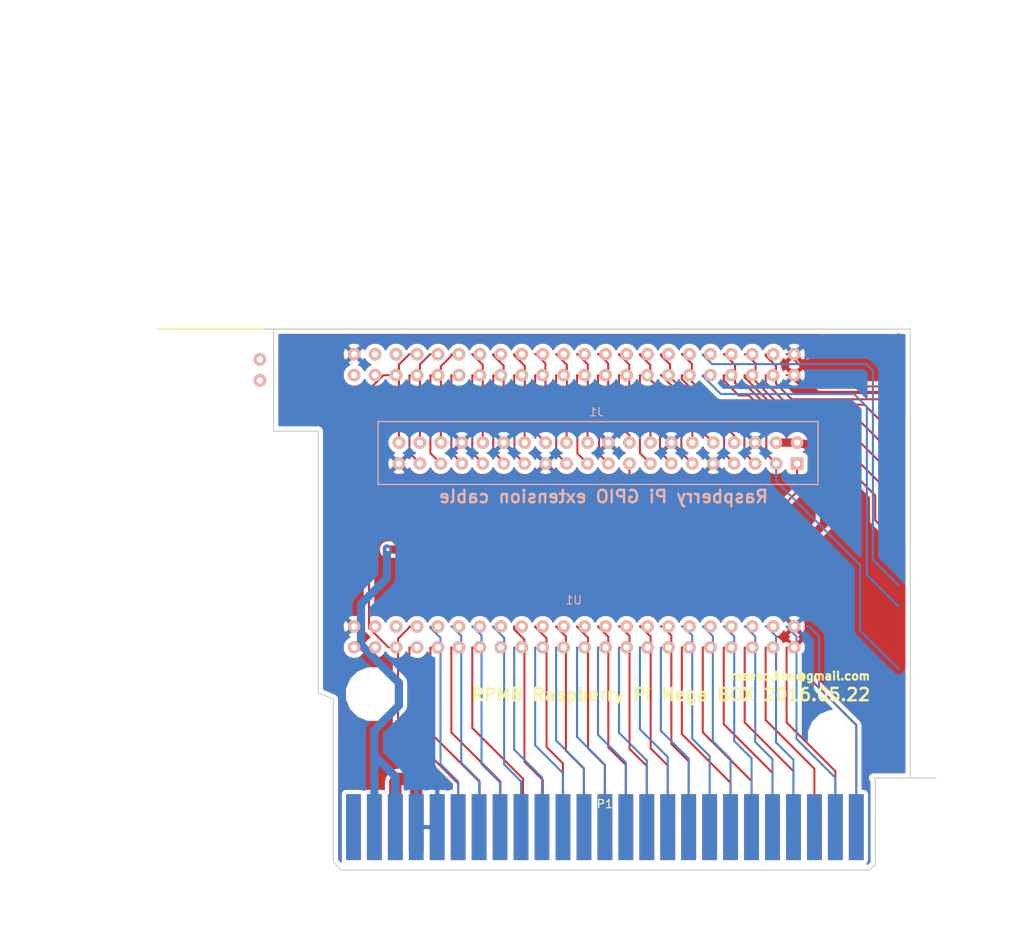
<source format=kicad_pcb>
(kicad_pcb (version 4) (host pcbnew 4.0.2-stable)

  (general
    (links 91)
    (no_connects 73)
    (area 91.324999 44.924999 185.885001 143.925001)
    (thickness 1.6)
    (drawings 28)
    (tracks 398)
    (zones 0)
    (modules 3)
    (nets 90)
  )

  (page A4)
  (layers
    (0 F.Cu signal)
    (31 B.Cu signal)
    (32 B.Adhes user)
    (33 F.Adhes user)
    (34 B.Paste user)
    (35 F.Paste user)
    (36 B.SilkS user)
    (37 F.SilkS user)
    (38 B.Mask user)
    (39 F.Mask user)
    (40 Dwgs.User user)
    (41 Cmts.User user)
    (42 Eco1.User user)
    (43 Eco2.User user)
    (44 Edge.Cuts user)
    (45 Margin user)
    (46 B.CrtYd user)
    (47 F.CrtYd user)
    (48 B.Fab user)
    (49 F.Fab user)
  )

  (setup
    (last_trace_width 0.25)
    (trace_clearance 0.2)
    (zone_clearance 0.508)
    (zone_45_only yes)
    (trace_min 0.2)
    (segment_width 0.2)
    (edge_width 0.15)
    (via_size 0.6)
    (via_drill 0.4)
    (via_min_size 0.4)
    (via_min_drill 0.3)
    (uvia_size 0.3)
    (uvia_drill 0.1)
    (uvias_allowed no)
    (uvia_min_size 0.2)
    (uvia_min_drill 0.1)
    (pcb_text_width 0.3)
    (pcb_text_size 1.5 1.5)
    (mod_edge_width 0.15)
    (mod_text_size 1 1)
    (mod_text_width 0.15)
    (pad_size 3.048 1.7272)
    (pad_drill 1)
    (pad_to_mask_clearance 0.2)
    (aux_axis_origin 124.71 121.29)
    (visible_elements 7FFFFFFF)
    (pcbplotparams
      (layerselection 0x010f0_80000001)
      (usegerberextensions false)
      (excludeedgelayer true)
      (linewidth 0.100000)
      (plotframeref false)
      (viasonmask false)
      (mode 1)
      (useauxorigin false)
      (hpglpennumber 1)
      (hpglpenspeed 20)
      (hpglpendiameter 15)
      (hpglpenoverlay 2)
      (psnegative false)
      (psa4output false)
      (plotreference true)
      (plotvalue true)
      (plotinvisibletext false)
      (padsonsilk false)
      (subtractmaskfromsilk false)
      (outputformat 1)
      (mirror false)
      (drillshape 0)
      (scaleselection 1)
      (outputdirectory ""))
  )

  (net 0 "")
  (net 1 /3V3)
  (net 2 /5V)
  (net 3 /G02)
  (net 4 /G03)
  (net 5 /GND)
  (net 6 /G04)
  (net 7 /G14)
  (net 8 /G15)
  (net 9 /G17)
  (net 10 /G18)
  (net 11 /G27)
  (net 12 /G22)
  (net 13 /G23)
  (net 14 /G24)
  (net 15 /G10)
  (net 16 /G09)
  (net 17 /G25)
  (net 18 /G11)
  (net 19 /G08)
  (net 20 /G07)
  (net 21 /G00)
  (net 22 /G01)
  (net 23 /G05)
  (net 24 /G06)
  (net 25 /G12)
  (net 26 /G13)
  (net 27 /G16)
  (net 28 /G26)
  (net 29 /G20)
  (net 30 /G21)
  (net 31 /CS1)
  (net 32 /CS2)
  (net 33 /CS12)
  (net 34 /SLTSL)
  (net 35 "Net-(P1-Pad5)")
  (net 36 /RFSH)
  (net 37 /WAIT)
  (net 38 /INT)
  (net 39 /M1)
  (net 40 /BUSDIR)
  (net 41 /IORQ)
  (net 42 /MERQ)
  (net 43 /WR)
  (net 44 /RD)
  (net 45 /RESET)
  (net 46 "Net-(P1-Pad16)")
  (net 47 /A9)
  (net 48 /A15)
  (net 49 /A11)
  (net 50 /A10)
  (net 51 /A7)
  (net 52 /A6)
  (net 53 /A12)
  (net 54 /A8)
  (net 55 /A14)
  (net 56 /A13)
  (net 57 /A1)
  (net 58 /A0)
  (net 59 /A3)
  (net 60 /A2)
  (net 61 /A5)
  (net 62 /A4)
  (net 63 /D1)
  (net 64 /D0)
  (net 65 /D3)
  (net 66 /D2)
  (net 67 /D5)
  (net 68 /D4)
  (net 69 /D7)
  (net 70 /D6)
  (net 71 /CLK)
  (net 72 "Net-(P1-Pad44)")
  (net 73 "Net-(P1-Pad48)")
  (net 74 /SNDIN)
  (net 75 "Net-(P1-Pad50)")
  (net 76 /G19)
  (net 77 "Net-(U1-Pad33)")
  (net 78 /P08)
  (net 79 /P10)
  (net 80 /P14)
  (net 81 /P18)
  (net 82 /P20)
  (net 83 /P22)
  (net 84 /P24)
  (net 85 /P26)
  (net 86 /P28)
  (net 87 /P30)
  (net 88 /P32)
  (net 89 /P34)

  (net_class Default "This is the default net class."
    (clearance 0.2)
    (trace_width 0.25)
    (via_dia 0.6)
    (via_drill 0.4)
    (uvia_dia 0.3)
    (uvia_drill 0.1)
    (add_net /3V3)
    (add_net /A0)
    (add_net /A1)
    (add_net /A10)
    (add_net /A11)
    (add_net /A12)
    (add_net /A13)
    (add_net /A14)
    (add_net /A15)
    (add_net /A2)
    (add_net /A3)
    (add_net /A4)
    (add_net /A5)
    (add_net /A6)
    (add_net /A7)
    (add_net /A8)
    (add_net /A9)
    (add_net /BUSDIR)
    (add_net /CLK)
    (add_net /CS1)
    (add_net /CS12)
    (add_net /CS2)
    (add_net /D0)
    (add_net /D1)
    (add_net /D2)
    (add_net /D3)
    (add_net /D4)
    (add_net /D5)
    (add_net /D6)
    (add_net /D7)
    (add_net /G00)
    (add_net /G01)
    (add_net /G02)
    (add_net /G03)
    (add_net /G04)
    (add_net /G05)
    (add_net /G06)
    (add_net /G07)
    (add_net /G08)
    (add_net /G09)
    (add_net /G10)
    (add_net /G11)
    (add_net /G12)
    (add_net /G13)
    (add_net /G14)
    (add_net /G15)
    (add_net /G16)
    (add_net /G17)
    (add_net /G18)
    (add_net /G19)
    (add_net /G20)
    (add_net /G21)
    (add_net /G22)
    (add_net /G23)
    (add_net /G24)
    (add_net /G25)
    (add_net /G26)
    (add_net /G27)
    (add_net /GND)
    (add_net /INT)
    (add_net /IORQ)
    (add_net /M1)
    (add_net /MERQ)
    (add_net /P08)
    (add_net /P10)
    (add_net /P14)
    (add_net /P18)
    (add_net /P20)
    (add_net /P22)
    (add_net /P24)
    (add_net /P26)
    (add_net /P28)
    (add_net /P30)
    (add_net /P32)
    (add_net /P34)
    (add_net /RD)
    (add_net /RESET)
    (add_net /RFSH)
    (add_net /SLTSL)
    (add_net /SNDIN)
    (add_net /WAIT)
    (add_net /WR)
    (add_net "Net-(P1-Pad16)")
    (add_net "Net-(P1-Pad48)")
    (add_net "Net-(P1-Pad5)")
    (add_net "Net-(P1-Pad50)")
    (add_net "Net-(U1-Pad33)")
  )

  (net_class GND ""
    (clearance 0.2)
    (trace_width 1.5)
    (via_dia 0.6)
    (via_drill 0.4)
    (uvia_dia 0.3)
    (uvia_drill 0.1)
    (add_net "Net-(P1-Pad44)")
  )

  (net_class V5 ""
    (clearance 0.2)
    (trace_width 1)
    (via_dia 0.6)
    (via_drill 0.4)
    (uvia_dia 0.3)
    (uvia_drill 0.1)
    (add_net /5V)
  )

  (module RPMR:cldc88pin (layer B.Cu) (tedit 5740A9B9) (tstamp 573B5FC8)
    (at 140.72 96.52)
    (path /5738AC3D)
    (fp_text reference U1 (at 1.2065 14.5923) (layer B.SilkS)
      (effects (font (size 1 1) (thickness 0.15)) (justify mirror))
    )
    (fp_text value CPLD (at 1.27 5.08) (layer B.Fab)
      (effects (font (size 1 1) (thickness 0.15)) (justify mirror))
    )
    (fp_line (start -38.1 21.59) (end -38.1 25.4) (layer Dwgs.User) (width 0.15))
    (fp_line (start -38.1 25.4) (end -31.75 25.4) (layer Dwgs.User) (width 0.15))
    (fp_line (start -31.75 25.4) (end -31.75 21.59) (layer Dwgs.User) (width 0.15))
    (fp_line (start -38.1 -5.08) (end -41.91 -5.08) (layer Dwgs.User) (width 0.15))
    (fp_line (start -41.91 -5.08) (end -41.91 2.54) (layer Dwgs.User) (width 0.15))
    (fp_line (start -41.91 2.54) (end -38.1 2.54) (layer Dwgs.User) (width 0.15))
    (fp_line (start -38.1 21.59) (end -38.1 -16.51) (layer Dwgs.User) (width 0.15))
    (fp_line (start -38.1 -16.51) (end 31.75 -16.51) (layer Dwgs.User) (width 0.15))
    (fp_line (start 31.75 -16.51) (end 31.75 21.59) (layer Dwgs.User) (width 0.15))
    (fp_line (start 31.75 21.59) (end -38.1 21.59) (layer Dwgs.User) (width 0.15))
    (fp_line (start 0 17.78) (end 0 -12.7) (layer Dwgs.User) (width 0.15))
    (pad 1 thru_hole circle (at 27.94 20.32) (size 1.524 1.524) (drill 0.762) (layers *.Cu *.Mask B.SilkS)
      (net 5 /GND))
    (pad 2 thru_hole circle (at 27.94 17.78) (size 1.524 1.524) (drill 0.762) (layers *.Cu *.Mask B.SilkS)
      (net 5 /GND))
    (pad 3 thru_hole circle (at 25.4 20.32) (size 1.524 1.524) (drill 0.762) (layers *.Cu *.Mask B.SilkS)
      (net 32 /CS2))
    (pad 4 thru_hole circle (at 25.4 17.78) (size 1.524 1.524) (drill 0.762) (layers *.Cu *.Mask B.SilkS)
      (net 31 /CS1))
    (pad 5 thru_hole circle (at 22.86 20.32) (size 1.524 1.524) (drill 0.762) (layers *.Cu *.Mask B.SilkS)
      (net 34 /SLTSL))
    (pad 6 thru_hole circle (at 22.86 17.78) (size 1.524 1.524) (drill 0.762) (layers *.Cu *.Mask B.SilkS)
      (net 33 /CS12))
    (pad 7 thru_hole circle (at 20.32 20.32) (size 1.524 1.524) (drill 0.762) (layers *.Cu *.Mask B.SilkS)
      (net 36 /RFSH))
    (pad 8 thru_hole circle (at 20.32 17.78) (size 1.524 1.524) (drill 0.762) (layers *.Cu *.Mask B.SilkS)
      (net 37 /WAIT))
    (pad 9 thru_hole circle (at 17.78 20.32) (size 1.524 1.524) (drill 0.762) (layers *.Cu *.Mask B.SilkS)
      (net 38 /INT))
    (pad 10 thru_hole circle (at 17.78 17.78) (size 1.524 1.524) (drill 0.762) (layers *.Cu *.Mask B.SilkS)
      (net 39 /M1))
    (pad 11 thru_hole circle (at 15.24 20.32) (size 1.524 1.524) (drill 0.762) (layers *.Cu *.Mask B.SilkS)
      (net 40 /BUSDIR))
    (pad 12 thru_hole circle (at 15.24 17.78) (size 1.524 1.524) (drill 0.762) (layers *.Cu *.Mask B.SilkS)
      (net 41 /IORQ))
    (pad 13 thru_hole circle (at 12.7 20.32) (size 1.524 1.524) (drill 0.762) (layers *.Cu *.Mask B.SilkS)
      (net 42 /MERQ))
    (pad 14 thru_hole circle (at 12.7 17.78) (size 1.524 1.524) (drill 0.762) (layers *.Cu *.Mask B.SilkS)
      (net 43 /WR))
    (pad 15 thru_hole circle (at 10.16 20.32) (size 1.524 1.524) (drill 0.762) (layers *.Cu *.Mask B.SilkS)
      (net 44 /RD))
    (pad 16 thru_hole circle (at 10.16 17.78) (size 1.524 1.524) (drill 0.762) (layers *.Cu *.Mask B.SilkS)
      (net 45 /RESET))
    (pad 17 thru_hole circle (at 7.62 20.32) (size 1.524 1.524) (drill 0.762) (layers *.Cu *.Mask B.SilkS)
      (net 47 /A9))
    (pad 18 thru_hole circle (at 7.62 17.78) (size 1.524 1.524) (drill 0.762) (layers *.Cu *.Mask B.SilkS)
      (net 48 /A15))
    (pad 19 thru_hole circle (at 5.08 20.32) (size 1.524 1.524) (drill 0.762) (layers *.Cu *.Mask B.SilkS)
      (net 49 /A11))
    (pad 20 thru_hole circle (at 5.08 17.78) (size 1.524 1.524) (drill 0.762) (layers *.Cu *.Mask B.SilkS)
      (net 50 /A10))
    (pad 21 thru_hole circle (at 2.54 20.32) (size 1.524 1.524) (drill 0.762) (layers *.Cu *.Mask B.SilkS)
      (net 51 /A7))
    (pad 22 thru_hole circle (at 2.54 17.78) (size 1.524 1.524) (drill 0.762) (layers *.Cu *.Mask B.SilkS)
      (net 52 /A6))
    (pad 23 thru_hole circle (at 0 20.32) (size 1.524 1.524) (drill 0.762) (layers *.Cu *.Mask B.SilkS)
      (net 53 /A12))
    (pad 24 thru_hole circle (at 0 17.78) (size 1.524 1.524) (drill 0.762) (layers *.Cu *.Mask B.SilkS)
      (net 54 /A8))
    (pad 25 thru_hole circle (at -2.54 20.32) (size 1.524 1.524) (drill 0.762) (layers *.Cu *.Mask B.SilkS)
      (net 55 /A14))
    (pad 26 thru_hole circle (at -2.54 17.78) (size 1.524 1.524) (drill 0.762) (layers *.Cu *.Mask B.SilkS)
      (net 56 /A13))
    (pad 27 thru_hole circle (at -5.08 20.32) (size 1.524 1.524) (drill 0.762) (layers *.Cu *.Mask B.SilkS)
      (net 57 /A1))
    (pad 28 thru_hole circle (at -5.08 17.78) (size 1.524 1.524) (drill 0.762) (layers *.Cu *.Mask B.SilkS)
      (net 58 /A0))
    (pad 29 thru_hole circle (at -7.62 20.32) (size 1.524 1.524) (drill 0.762) (layers *.Cu *.Mask B.SilkS)
      (net 59 /A3))
    (pad 30 thru_hole circle (at -7.62 17.78) (size 1.524 1.524) (drill 0.762) (layers *.Cu *.Mask B.SilkS)
      (net 60 /A2))
    (pad 31 thru_hole circle (at -10.16 20.32) (size 1.524 1.524) (drill 0.762) (layers *.Cu *.Mask B.SilkS)
      (net 61 /A5))
    (pad 32 thru_hole circle (at -10.16 17.78) (size 1.524 1.524) (drill 0.762) (layers *.Cu *.Mask B.SilkS)
      (net 62 /A4))
    (pad 33 thru_hole circle (at -12.7 20.32) (size 1.524 1.524) (drill 0.762) (layers *.Cu *.Mask B.SilkS)
      (net 77 "Net-(U1-Pad33)"))
    (pad 34 thru_hole circle (at -12.7 17.78) (size 1.524 1.524) (drill 0.762) (layers *.Cu *.Mask B.SilkS)
      (net 63 /D1))
    (pad 35 thru_hole circle (at -15.24 20.32) (size 1.524 1.524) (drill 0.762) (layers *.Cu *.Mask B.SilkS)
      (net 64 /D0))
    (pad 36 thru_hole circle (at -15.24 17.78) (size 1.524 1.524) (drill 0.762) (layers *.Cu *.Mask B.SilkS)
      (net 65 /D3))
    (pad 37 thru_hole circle (at -17.78 20.32) (size 1.524 1.524) (drill 0.762) (layers *.Cu *.Mask B.SilkS)
      (net 66 /D2))
    (pad 38 thru_hole circle (at -17.78 17.78) (size 1.524 1.524) (drill 0.762) (layers *.Cu *.Mask B.SilkS)
      (net 67 /D5))
    (pad 39 thru_hole circle (at -20.32 20.32) (size 1.524 1.524) (drill 0.762) (layers *.Cu *.Mask B.SilkS)
      (net 68 /D4))
    (pad 40 thru_hole circle (at -20.32 17.78) (size 1.524 1.524) (drill 0.762) (layers *.Cu *.Mask B.SilkS)
      (net 69 /D7))
    (pad 41 thru_hole circle (at -22.86 20.32) (size 1.524 1.524) (drill 0.762) (layers *.Cu *.Mask B.SilkS)
      (net 70 /D6))
    (pad 42 thru_hole circle (at -22.86 17.78) (size 1.524 1.524) (drill 0.762) (layers *.Cu *.Mask B.SilkS)
      (net 71 /CLK))
    (pad 43 thru_hole circle (at -25.4 20.32) (size 1.524 1.524) (drill 0.762) (layers *.Cu *.Mask B.SilkS)
      (net 1 /3V3))
    (pad 44 thru_hole circle (at -25.4 17.78) (size 1.524 1.524) (drill 0.762) (layers *.Cu *.Mask B.SilkS)
      (net 5 /GND))
    (pad 45 thru_hole circle (at -25.4 -15.24) (size 1.524 1.524) (drill 0.762) (layers *.Cu *.Mask B.SilkS)
      (net 5 /GND))
    (pad 46 thru_hole circle (at -25.4 -12.7) (size 1.524 1.524) (drill 0.762) (layers *.Cu *.Mask B.SilkS)
      (net 1 /3V3))
    (pad 47 thru_hole circle (at -22.86 -15.24) (size 1.524 1.524) (drill 0.762) (layers *.Cu *.Mask B.SilkS)
      (net 30 /G21))
    (pad 48 thru_hole circle (at -22.86 -12.7) (size 1.524 1.524) (drill 0.762) (layers *.Cu *.Mask B.SilkS)
      (net 28 /G26))
    (pad 49 thru_hole circle (at -20.32 -15.24) (size 1.524 1.524) (drill 0.762) (layers *.Cu *.Mask B.SilkS)
      (net 29 /G20))
    (pad 50 thru_hole circle (at -20.32 -12.7) (size 1.524 1.524) (drill 0.762) (layers *.Cu *.Mask B.SilkS)
      (net 76 /G19))
    (pad 51 thru_hole circle (at -17.78 -15.24) (size 1.524 1.524) (drill 0.762) (layers *.Cu *.Mask B.SilkS)
      (net 27 /G16))
    (pad 52 thru_hole circle (at -17.78 -12.7) (size 1.524 1.524) (drill 0.762) (layers *.Cu *.Mask B.SilkS)
      (net 26 /G13))
    (pad 53 thru_hole circle (at -15.24 -15.24) (size 1.524 1.524) (drill 0.762) (layers *.Cu *.Mask B.SilkS)
      (net 25 /G12))
    (pad 54 thru_hole circle (at -15.24 -12.7) (size 1.524 1.524) (drill 0.762) (layers *.Cu *.Mask B.SilkS)
      (net 24 /G06))
    (pad 55 thru_hole circle (at -12.7 -15.24) (size 1.524 1.524) (drill 0.762) (layers *.Cu *.Mask B.SilkS)
      (net 21 /G00))
    (pad 56 thru_hole circle (at -12.7 -12.7) (size 1.524 1.524) (drill 0.762) (layers *.Cu *.Mask B.SilkS)
      (net 23 /G05))
    (pad 57 thru_hole circle (at -10.16 -15.24) (size 1.524 1.524) (drill 0.762) (layers *.Cu *.Mask B.SilkS)
      (net 20 /G07))
    (pad 58 thru_hole circle (at -10.16 -12.7) (size 1.524 1.524) (drill 0.762) (layers *.Cu *.Mask B.SilkS)
      (net 22 /G01))
    (pad 59 thru_hole circle (at -7.62 -15.24) (size 1.524 1.524) (drill 0.762) (layers *.Cu *.Mask B.SilkS)
      (net 19 /G08))
    (pad 60 thru_hole circle (at -7.62 -12.7) (size 1.524 1.524) (drill 0.762) (layers *.Cu *.Mask B.SilkS)
      (net 18 /G11))
    (pad 61 thru_hole circle (at -5.08 -15.24) (size 1.524 1.524) (drill 0.762) (layers *.Cu *.Mask B.SilkS)
      (net 17 /G25))
    (pad 62 thru_hole circle (at -5.08 -12.7) (size 1.524 1.524) (drill 0.762) (layers *.Cu *.Mask B.SilkS)
      (net 16 /G09))
    (pad 63 thru_hole circle (at -2.54 -15.24) (size 1.524 1.524) (drill 0.762) (layers *.Cu *.Mask B.SilkS)
      (net 14 /G24))
    (pad 64 thru_hole circle (at -2.54 -12.7) (size 1.524 1.524) (drill 0.762) (layers *.Cu *.Mask B.SilkS)
      (net 15 /G10))
    (pad 65 thru_hole circle (at 0 -15.24) (size 1.524 1.524) (drill 0.762) (layers *.Cu *.Mask B.SilkS)
      (net 13 /G23))
    (pad 66 thru_hole circle (at 0 -12.7) (size 1.524 1.524) (drill 0.762) (layers *.Cu *.Mask B.SilkS)
      (net 12 /G22))
    (pad 67 thru_hole circle (at 2.54 -15.24) (size 1.524 1.524) (drill 0.762) (layers *.Cu *.Mask B.SilkS)
      (net 9 /G17))
    (pad 68 thru_hole circle (at 2.54 -12.7) (size 1.524 1.524) (drill 0.762) (layers *.Cu *.Mask B.SilkS)
      (net 11 /G27))
    (pad 69 thru_hole circle (at 5.08 -15.24) (size 1.524 1.524) (drill 0.762) (layers *.Cu *.Mask B.SilkS)
      (net 8 /G15))
    (pad 70 thru_hole circle (at 5.08 -12.7) (size 1.524 1.524) (drill 0.762) (layers *.Cu *.Mask B.SilkS)
      (net 10 /G18))
    (pad 71 thru_hole circle (at 7.62 -15.24) (size 1.524 1.524) (drill 0.762) (layers *.Cu *.Mask B.SilkS)
      (net 7 /G14))
    (pad 72 thru_hole circle (at 7.62 -12.7) (size 1.524 1.524) (drill 0.762) (layers *.Cu *.Mask B.SilkS)
      (net 6 /G04))
    (pad 73 thru_hole circle (at 10.16 -15.24) (size 1.524 1.524) (drill 0.762) (layers *.Cu *.Mask B.SilkS)
      (net 3 /G02))
    (pad 74 thru_hole circle (at 10.16 -12.7) (size 1.524 1.524) (drill 0.762) (layers *.Cu *.Mask B.SilkS)
      (net 4 /G03))
    (pad 75 thru_hole circle (at 12.7 -15.24) (size 1.524 1.524) (drill 0.762) (layers *.Cu *.Mask B.SilkS)
      (net 79 /P10))
    (pad 76 thru_hole circle (at 12.7 -12.7) (size 1.524 1.524) (drill 0.762) (layers *.Cu *.Mask B.SilkS)
      (net 78 /P08))
    (pad 77 thru_hole circle (at 15.24 -15.24) (size 1.524 1.524) (drill 0.762) (layers *.Cu *.Mask B.SilkS)
      (net 81 /P18))
    (pad 78 thru_hole circle (at 15.24 -12.7) (size 1.524 1.524) (drill 0.762) (layers *.Cu *.Mask B.SilkS)
      (net 80 /P14))
    (pad 79 thru_hole circle (at 17.78 -15.24) (size 1.524 1.524) (drill 0.762) (layers *.Cu *.Mask B.SilkS)
      (net 83 /P22))
    (pad 80 thru_hole circle (at 17.78 -12.7) (size 1.524 1.524) (drill 0.762) (layers *.Cu *.Mask B.SilkS)
      (net 82 /P20))
    (pad 81 thru_hole circle (at 20.32 -15.24) (size 1.524 1.524) (drill 0.762) (layers *.Cu *.Mask B.SilkS)
      (net 85 /P26))
    (pad 82 thru_hole circle (at 20.32 -12.7) (size 1.524 1.524) (drill 0.762) (layers *.Cu *.Mask B.SilkS)
      (net 84 /P24))
    (pad 83 thru_hole circle (at 22.86 -15.24) (size 1.524 1.524) (drill 0.762) (layers *.Cu *.Mask B.SilkS)
      (net 88 /P32))
    (pad 84 thru_hole circle (at 22.86 -12.7) (size 1.524 1.524) (drill 0.762) (layers *.Cu *.Mask B.SilkS)
      (net 86 /P28))
    (pad 85 thru_hole circle (at 25.4 -15.24) (size 1.524 1.524) (drill 0.762) (layers *.Cu *.Mask B.SilkS)
      (net 89 /P34))
    (pad 86 thru_hole circle (at 25.4 -12.7) (size 1.524 1.524) (drill 0.762) (layers *.Cu *.Mask B.SilkS)
      (net 87 /P30))
    (pad 87 thru_hole circle (at 27.94 -15.24) (size 1.524 1.524) (drill 0.762) (layers *.Cu *.Mask B.SilkS)
      (net 5 /GND))
    (pad 88 thru_hole circle (at 27.94 -12.7) (size 1.524 1.524) (drill 0.762) (layers *.Cu *.Mask B.SilkS)
      (net 5 /GND))
    (pad 90 thru_hole circle (at -36.83 -14.605) (size 1.524 1.524) (drill 0.762) (layers *.Cu *.Mask B.SilkS)
      (net 5 /GND))
    (pad 89 thru_hole circle (at -36.83 -12.065) (size 1.524 1.524) (drill 0.762) (layers *.Cu *.Mask B.SilkS)
      (net 2 /5V))
  )

  (module RPMR:RASPI_EXTENSION (layer B.Cu) (tedit 574178A5) (tstamp 573B5F25)
    (at 144.88 93.27)
    (path /5738A901)
    (fp_text reference J1 (at -0.2159 -4.97078) (layer B.SilkS)
      (effects (font (size 1 1) (thickness 0.15)) (justify mirror))
    )
    (fp_text value RPi_GPIO (at -1.27 3.81) (layer B.Fab)
      (effects (font (size 1 1) (thickness 0.15)) (justify mirror))
    )
    (fp_line (start -26.67 3.81) (end -26.67 -3.81) (layer B.SilkS) (width 0.15))
    (fp_line (start -26.67 -3.81) (end 26.67 -3.81) (layer B.SilkS) (width 0.15))
    (fp_line (start 26.67 -3.81) (end 26.67 3.81) (layer B.SilkS) (width 0.15))
    (fp_line (start 26.67 3.81) (end -26.67 3.81) (layer B.SilkS) (width 0.15))
    (pad 1 thru_hole trapezoid (at 24.13 1.27) (size 1.524 1.524) (drill 0.762) (layers *.Cu *.Mask B.SilkS)
      (net 1 /3V3))
    (pad 2 thru_hole circle (at 24.13 -1.27) (size 1.524 1.524) (drill 0.762) (layers *.Cu *.Mask B.SilkS)
      (net 2 /5V))
    (pad 3 thru_hole circle (at 21.59 1.27) (size 1.524 1.524) (drill 0.762) (layers *.Cu *.Mask B.SilkS)
      (net 3 /G02))
    (pad 4 thru_hole circle (at 21.59 -1.27) (size 1.524 1.524) (drill 0.762) (layers *.Cu *.Mask B.SilkS)
      (net 2 /5V))
    (pad 5 thru_hole circle (at 19.05 1.27) (size 1.524 1.524) (drill 0.762) (layers *.Cu *.Mask B.SilkS)
      (net 4 /G03))
    (pad 6 thru_hole circle (at 19.05 -1.27) (size 1.524 1.524) (drill 0.762) (layers *.Cu *.Mask B.SilkS)
      (net 5 /GND))
    (pad 7 thru_hole circle (at 16.51 1.27) (size 1.524 1.524) (drill 0.762) (layers *.Cu *.Mask B.SilkS)
      (net 6 /G04))
    (pad 8 thru_hole circle (at 16.51 -1.27) (size 1.524 1.524) (drill 0.762) (layers *.Cu *.Mask B.SilkS)
      (net 7 /G14))
    (pad 9 thru_hole circle (at 13.97 1.27) (size 1.524 1.524) (drill 0.762) (layers *.Cu *.Mask B.SilkS)
      (net 5 /GND))
    (pad 10 thru_hole circle (at 13.97 -1.27) (size 1.524 1.524) (drill 0.762) (layers *.Cu *.Mask B.SilkS)
      (net 8 /G15))
    (pad 11 thru_hole circle (at 11.43 1.27) (size 1.524 1.524) (drill 0.762) (layers *.Cu *.Mask B.SilkS)
      (net 9 /G17))
    (pad 12 thru_hole circle (at 11.43 -1.27) (size 1.524 1.524) (drill 0.762) (layers *.Cu *.Mask B.SilkS)
      (net 10 /G18))
    (pad 13 thru_hole circle (at 8.89 1.27) (size 1.524 1.524) (drill 0.762) (layers *.Cu *.Mask B.SilkS)
      (net 11 /G27))
    (pad 14 thru_hole circle (at 8.89 -1.27) (size 1.524 1.524) (drill 0.762) (layers *.Cu *.Mask B.SilkS)
      (net 5 /GND))
    (pad 15 thru_hole circle (at 6.35 1.27) (size 1.524 1.524) (drill 0.762) (layers *.Cu *.Mask B.SilkS)
      (net 12 /G22))
    (pad 16 thru_hole circle (at 6.35 -1.27) (size 1.524 1.524) (drill 0.762) (layers *.Cu *.Mask B.SilkS)
      (net 13 /G23))
    (pad 17 thru_hole circle (at 3.81 1.27) (size 1.524 1.524) (drill 0.762) (layers *.Cu *.Mask B.SilkS)
      (net 1 /3V3))
    (pad 18 thru_hole circle (at 3.81 -1.27) (size 1.524 1.524) (drill 0.762) (layers *.Cu *.Mask B.SilkS)
      (net 14 /G24))
    (pad 19 thru_hole circle (at 1.27 1.27) (size 1.524 1.524) (drill 0.762) (layers *.Cu *.Mask B.SilkS)
      (net 15 /G10))
    (pad 20 thru_hole circle (at 1.27 -1.27) (size 1.524 1.524) (drill 0.762) (layers *.Cu *.Mask B.SilkS)
      (net 5 /GND))
    (pad 21 thru_hole circle (at -1.27 1.27) (size 1.524 1.524) (drill 0.762) (layers *.Cu *.Mask B.SilkS)
      (net 16 /G09))
    (pad 22 thru_hole circle (at -1.27 -1.27) (size 1.524 1.524) (drill 0.762) (layers *.Cu *.Mask B.SilkS)
      (net 17 /G25))
    (pad 23 thru_hole circle (at -3.81 1.27) (size 1.524 1.524) (drill 0.762) (layers *.Cu *.Mask B.SilkS)
      (net 18 /G11))
    (pad 24 thru_hole circle (at -3.81 -1.27) (size 1.524 1.524) (drill 0.762) (layers *.Cu *.Mask B.SilkS)
      (net 19 /G08))
    (pad 25 thru_hole circle (at -6.35 1.27) (size 1.524 1.524) (drill 0.762) (layers *.Cu *.Mask B.SilkS)
      (net 5 /GND))
    (pad 26 thru_hole circle (at -6.35 -1.27) (size 1.524 1.524) (drill 0.762) (layers *.Cu *.Mask B.SilkS)
      (net 20 /G07))
    (pad 27 thru_hole circle (at -8.89 1.27) (size 1.524 1.524) (drill 0.762) (layers *.Cu *.Mask B.SilkS)
      (net 21 /G00))
    (pad 28 thru_hole circle (at -8.89 -1.27) (size 1.524 1.524) (drill 0.762) (layers *.Cu *.Mask B.SilkS)
      (net 22 /G01))
    (pad 29 thru_hole circle (at -11.43 1.27) (size 1.524 1.524) (drill 0.762) (layers *.Cu *.Mask B.SilkS)
      (net 23 /G05))
    (pad 30 thru_hole circle (at -11.43 -1.27) (size 1.524 1.524) (drill 0.762) (layers *.Cu *.Mask B.SilkS)
      (net 5 /GND))
    (pad 31 thru_hole circle (at -13.97 1.27) (size 1.524 1.524) (drill 0.762) (layers *.Cu *.Mask B.SilkS)
      (net 24 /G06))
    (pad 32 thru_hole circle (at -13.97 -1.27) (size 1.524 1.524) (drill 0.762) (layers *.Cu *.Mask B.SilkS)
      (net 25 /G12))
    (pad 33 thru_hole circle (at -16.51 1.27) (size 1.524 1.524) (drill 0.762) (layers *.Cu *.Mask B.SilkS)
      (net 26 /G13))
    (pad 34 thru_hole circle (at -16.51 -1.27) (size 1.524 1.524) (drill 0.762) (layers *.Cu *.Mask B.SilkS)
      (net 5 /GND))
    (pad 35 thru_hole circle (at -19.05 1.27) (size 1.524 1.524) (drill 0.762) (layers *.Cu *.Mask B.SilkS)
      (net 76 /G19))
    (pad 36 thru_hole circle (at -19.05 -1.27) (size 1.524 1.524) (drill 0.762) (layers *.Cu *.Mask B.SilkS)
      (net 27 /G16))
    (pad 37 thru_hole circle (at -21.59 1.27) (size 1.524 1.524) (drill 0.762) (layers *.Cu *.Mask B.SilkS)
      (net 28 /G26))
    (pad 38 thru_hole circle (at -21.59 -1.27) (size 1.524 1.524) (drill 0.762) (layers *.Cu *.Mask B.SilkS)
      (net 29 /G20))
    (pad 39 thru_hole circle (at -24.13 1.27) (size 1.524 1.524) (drill 0.762) (layers *.Cu *.Mask B.SilkS)
      (net 5 /GND))
    (pad 40 thru_hole circle (at -24.13 -1.27) (size 1.524 1.524) (drill 0.762) (layers *.Cu *.Mask B.SilkS)
      (net 30 /G21))
  )

  (module RPMR:card_edge_connector (layer F.Cu) (tedit 576016DC) (tstamp 57408641)
    (at 144.45 135.49)
    (path /573B671E)
    (fp_text reference P1 (at 1.25984 0.33744) (layer F.SilkS)
      (effects (font (size 1 1) (thickness 0.15)))
    )
    (fp_text value MSX_SLOT (at 1.25984 -0.66256) (layer F.Fab)
      (effects (font (size 1 1) (thickness 0.15)))
    )
    (fp_arc (start -30.268375 7.356852) (end -31.268375 7.356852) (angle -90.00000001) (layer Dwgs.User) (width 0.1))
    (fp_arc (start 32.846865 7.356852) (end 32.846865 8.356852) (angle -90) (layer Dwgs.User) (width 0.1))
    (fp_circle (center -26.873455 -12.985388) (end -25.523455 -12.985388) (layer Dwgs.User) (width 0.1))
    (fp_circle (center 29.126545 -7.785388) (end 30.476545 -7.785388) (layer Dwgs.User) (width 0.1))
    (fp_circle (center -26.873455 -12.985388) (end -24.623455 -12.985388) (layer Dwgs.User) (width 0.1))
    (fp_circle (center 29.126545 -7.785388) (end 31.376545 -7.785388) (layer Dwgs.User) (width 0.1))
    (fp_line (start 47.626545 -2.785388) (end 47.626545 -56.985388) (layer Dwgs.User) (width 0.1))
    (fp_line (start 33.836705 7.262872) (end 33.836705 -2.737128) (layer Dwgs.User) (width 0.1))
    (fp_line (start 47.626545 -56.985388) (end -55.073455 -56.985388) (layer Dwgs.User) (width 0.1))
    (fp_line (start -55.073455 -13.785388) (end -43.573455 -13.785388) (layer Dwgs.User) (width 0.1))
    (fp_line (start 33.826545 -2.785388) (end 47.626545 -2.785388) (layer Dwgs.User) (width 0.1))
    (fp_line (start -43.573455 -2.785388) (end -31.273455 -2.785388) (layer Dwgs.User) (width 0.1))
    (fp_line (start -31.268375 -2.724428) (end -31.268375 7.275572) (layer Dwgs.User) (width 0.1))
    (fp_line (start -30.253135 8.356852) (end 32.846865 8.356852) (layer Dwgs.User) (width 0.1))
    (fp_line (start -43.573455 -13.785388) (end -43.573455 -2.785388) (layer Dwgs.User) (width 0.1))
    (fp_line (start -55.073455 -56.985388) (end -55.073455 -13.785388) (layer Dwgs.User) (width 0.1))
    (fp_line (start -55.073455 -56.985388) (end -55.073455 -13.785388) (layer Dwgs.User) (width 0.1))
    (fp_line (start -43.573455 -13.785388) (end -43.573455 -2.785388) (layer Dwgs.User) (width 0.1))
    (fp_line (start -30.253135 8.356852) (end 32.846865 8.356852) (layer Dwgs.User) (width 0.1))
    (fp_line (start -31.273455 -2.785388) (end -31.273455 7.214612) (layer Dwgs.User) (width 0.1))
    (fp_line (start -43.573455 -2.785388) (end -31.273455 -2.785388) (layer Dwgs.User) (width 0.1))
    (fp_line (start 33.826545 -2.785388) (end 47.626545 -2.785388) (layer Dwgs.User) (width 0.1))
    (fp_line (start -55.073455 -13.785388) (end -43.573455 -13.785388) (layer Dwgs.User) (width 0.1))
    (fp_line (start 47.626545 -56.985388) (end -55.073455 -56.985388) (layer Dwgs.User) (width 0.1))
    (fp_line (start 47.626545 -2.785388) (end 47.626545 -56.985388) (layer Dwgs.User) (width 0.1))
    (fp_circle (center 29.126545 -7.785388) (end 31.376545 -7.785388) (layer Dwgs.User) (width 0.1))
    (fp_circle (center -26.873455 -12.985388) (end -24.623455 -12.985388) (layer Dwgs.User) (width 0.1))
    (fp_circle (center 29.126545 -7.785388) (end 30.476545 -7.785388) (layer Dwgs.User) (width 0.1))
    (fp_circle (center -26.873455 -12.985388) (end -25.523455 -12.985388) (layer Dwgs.User) (width 0.1))
    (fp_arc (start 32.846865 7.356852) (end 32.846865 8.356852) (angle -90) (layer Dwgs.User) (width 0.1))
    (pad "" np_thru_hole circle (at 29.12364 -7.78256) (size 4.5 4.5) (drill 4.5) (layers *.Cu *.Mask F.SilkS)
      (clearance 1))
    (pad 1 connect rect (at 31.73984 3.14744) (size 1.8 8) (layers B.Cu B.Mask)
      (net 31 /CS1))
    (pad 2 connect rect (at 31.73984 3.14744) (size 1.8 8) (layers F.Cu F.Mask)
      (net 32 /CS2))
    (pad 3 connect rect (at 29.19984 3.14744) (size 1.8 8) (layers B.Cu B.Mask)
      (net 33 /CS12))
    (pad 4 connect rect (at 29.19984 3.14744) (size 1.8 8) (layers F.Cu F.Mask)
      (net 34 /SLTSL))
    (pad 5 connect rect (at 26.65984 3.14744) (size 1.8 8) (layers B.Cu B.Mask)
      (net 35 "Net-(P1-Pad5)"))
    (pad 6 connect rect (at 26.65984 3.14744) (size 1.8 8) (layers F.Cu F.Mask)
      (net 36 /RFSH))
    (pad 7 connect rect (at 24.11984 3.14744) (size 1.8 8) (layers B.Cu B.Mask)
      (net 37 /WAIT))
    (pad 8 connect rect (at 24.11984 3.14744) (size 1.8 8) (layers F.Cu F.Mask)
      (net 38 /INT))
    (pad 9 connect rect (at 21.57984 3.14744) (size 1.8 8) (layers B.Cu B.Mask)
      (net 39 /M1))
    (pad 10 connect rect (at 21.57984 3.14744) (size 1.8 8) (layers F.Cu F.Mask)
      (net 40 /BUSDIR))
    (pad 11 connect rect (at 19.03984 3.14744) (size 1.8 8) (layers B.Cu B.Mask)
      (net 41 /IORQ))
    (pad 12 connect rect (at 19.03984 3.14744) (size 1.8 8) (layers F.Cu F.Mask)
      (net 42 /MERQ))
    (pad 13 connect rect (at 16.49984 3.14744) (size 1.8 8) (layers B.Cu B.Mask)
      (net 43 /WR))
    (pad 14 connect rect (at 16.49984 3.14744) (size 1.8 8) (layers F.Cu F.Mask)
      (net 44 /RD))
    (pad 15 connect rect (at 13.95984 3.14744) (size 1.8 8) (layers B.Cu B.Mask)
      (net 45 /RESET))
    (pad 16 connect rect (at 13.95984 3.14744) (size 1.8 8) (layers F.Cu F.Mask)
      (net 46 "Net-(P1-Pad16)"))
    (pad 17 connect rect (at 11.41984 3.14744) (size 1.8 8) (layers B.Cu B.Mask)
      (net 47 /A9))
    (pad 18 connect rect (at 11.41984 3.14744) (size 1.8 8) (layers F.Cu F.Mask)
      (net 48 /A15))
    (pad 19 connect rect (at 8.87984 3.14744) (size 1.8 8) (layers B.Cu B.Mask)
      (net 49 /A11))
    (pad 20 connect rect (at 8.87984 3.14744) (size 1.8 8) (layers F.Cu F.Mask)
      (net 50 /A10))
    (pad 21 connect rect (at 6.33984 3.14744) (size 1.8 8) (layers B.Cu B.Mask)
      (net 51 /A7))
    (pad 22 connect rect (at 6.33984 3.14744) (size 1.8 8) (layers F.Cu F.Mask)
      (net 52 /A6))
    (pad 23 connect rect (at 3.79984 3.14744) (size 1.8 8) (layers B.Cu B.Mask)
      (net 53 /A12))
    (pad 24 connect rect (at 3.79984 3.14744) (size 1.8 8) (layers F.Cu F.Mask)
      (net 54 /A8))
    (pad 25 connect rect (at 1.25984 3.14744) (size 1.8 8) (layers B.Cu B.Mask)
      (net 55 /A14))
    (pad 26 connect rect (at 1.25984 3.14744) (size 1.8 8) (layers F.Cu F.Mask)
      (net 56 /A13))
    (pad 27 connect rect (at -1.28016 3.14744) (size 1.8 8) (layers B.Cu B.Mask)
      (net 57 /A1))
    (pad 28 connect rect (at -1.28016 3.14744) (size 1.8 8) (layers F.Cu F.Mask)
      (net 58 /A0))
    (pad 29 connect rect (at -3.82016 3.14744) (size 1.8 8) (layers B.Cu B.Mask)
      (net 59 /A3))
    (pad 30 connect rect (at -3.82016 3.14744) (size 1.8 8) (layers F.Cu F.Mask)
      (net 60 /A2))
    (pad 31 connect rect (at -6.36016 3.14744) (size 1.8 8) (layers B.Cu B.Mask)
      (net 61 /A5))
    (pad 32 connect rect (at -6.36016 3.14744) (size 1.8 8) (layers F.Cu F.Mask)
      (net 62 /A4))
    (pad 33 connect rect (at -8.90016 3.14744) (size 1.8 8) (layers B.Cu B.Mask)
      (net 63 /D1))
    (pad 34 connect rect (at -8.90016 3.14744) (size 1.8 8) (layers F.Cu F.Mask)
      (net 64 /D0))
    (pad 35 connect rect (at -11.44016 3.14744) (size 1.8 8) (layers B.Cu B.Mask)
      (net 65 /D3))
    (pad 36 connect rect (at -11.44016 3.14744) (size 1.8 8) (layers F.Cu F.Mask)
      (net 66 /D2))
    (pad 37 connect rect (at -13.98016 3.14744) (size 1.8 8) (layers B.Cu B.Mask)
      (net 67 /D5))
    (pad 38 connect rect (at -13.98016 3.14744) (size 1.8 8) (layers F.Cu F.Mask)
      (net 68 /D4))
    (pad 39 connect rect (at -16.52016 3.14744) (size 1.8 8) (layers B.Cu B.Mask)
      (net 69 /D7))
    (pad 40 connect rect (at -16.52016 3.14744) (size 1.8 8) (layers F.Cu F.Mask)
      (net 70 /D6))
    (pad 41 connect rect (at -19.06016 3.14744) (size 1.8 8) (layers B.Cu B.Mask)
      (net 5 /GND))
    (pad 42 connect rect (at -19.06016 3.14744) (size 1.8 8) (layers F.Cu F.Mask)
      (net 71 /CLK))
    (pad 43 connect rect (at -21.60016 3.14744) (size 1.8 8) (layers B.Cu B.Mask)
      (net 5 /GND))
    (pad 44 connect rect (at -21.60524 2.65468) (size 1.8 7) (layers F.Cu F.Mask)
      (net 72 "Net-(P1-Pad44)"))
    (pad 45 connect rect (at -24.14016 3.14744) (size 1.8 8) (layers B.Cu B.Mask)
      (net 2 /5V))
    (pad 46 connect rect (at -24.14016 3.14744) (size 1.8 8) (layers F.Cu F.Mask)
      (net 72 "Net-(P1-Pad44)"))
    (pad 47 connect rect (at -26.68016 3.14744) (size 1.8 8) (layers B.Cu B.Mask)
      (net 2 /5V))
    (pad 48 connect rect (at -26.68016 3.14744) (size 1.8 8) (layers F.Cu F.Mask)
      (net 73 "Net-(P1-Pad48)"))
    (pad 49 connect rect (at -29.22016 3.14744) (size 1.8 8) (layers B.Cu B.Mask)
      (net 74 /SNDIN))
    (pad 50 connect rect (at -29.22016 3.14744) (size 1.8 8) (layers F.Cu F.Mask)
      (net 75 "Net-(P1-Pad50)"))
    (pad "" np_thru_hole circle (at -26.87574 -12.98448) (size 4.5 4.5) (drill 4.5) (layers *.Cu *.Mask F.SilkS)
      (clearance 1))
  )

  (gr_line (start 182.73 132.69) (end 182.74 132.69) (angle 90) (layer Edge.Cuts) (width 0.15))
  (gr_line (start 182.73 78.24) (end 182.73 132.69) (angle 90) (layer Edge.Cuts) (width 0.15))
  (gr_line (start 105.55 78.24) (end 182.73 78.24) (angle 90) (layer Edge.Cuts) (width 0.15))
  (dimension 98.820005 (width 0.3) (layer Cmts.User)
    (gr_text "98.820 mm" (at 181.044984 94.481961 89.98260602) (layer Cmts.User)
      (effects (font (size 1.5 1.5) (thickness 0.3)))
    )
    (feature1 (pts (xy 174.57 143.89) (xy 182.379984 143.892371)))
    (feature2 (pts (xy 174.6 45.07) (xy 182.409984 45.072371)))
    (crossbar (pts (xy 179.709984 45.071551) (xy 179.679984 143.891551)))
    (arrow1a (pts (xy 179.679984 143.891551) (xy 179.093905 142.764869)))
    (arrow1b (pts (xy 179.679984 143.891551) (xy 180.266747 142.765225)))
    (arrow2a (pts (xy 179.709984 45.071551) (xy 179.123221 46.197877)))
    (arrow2b (pts (xy 179.709984 45.071551) (xy 180.296063 46.198233)))
  )
  (dimension 102.706664 (width 0.3) (layer Cmts.User)
    (gr_text "102.707 mm" (at 190.246505 92.676755 270.6527085) (layer Cmts.User)
      (effects (font (size 1.5 1.5) (thickness 0.3)))
    )
    (feature1 (pts (xy 168.31 41.57) (xy 191.011418 41.311377)))
    (feature2 (pts (xy 169.48 144.27) (xy 192.181418 144.011377)))
    (crossbar (pts (xy 189.481593 144.042134) (xy 188.311593 41.342134)))
    (arrow1a (pts (xy 188.311593 41.342134) (xy 188.910808 42.461884)))
    (arrow1b (pts (xy 188.311593 41.342134) (xy 187.738043 42.475245)))
    (arrow2a (pts (xy 189.481593 144.042134) (xy 190.055143 142.909023)))
    (arrow2b (pts (xy 189.481593 144.042134) (xy 188.882378 142.922384)))
  )
  (dimension 94.470013 (width 0.3) (layer Cmts.User)
    (gr_text "94.470 mm" (at 138.677545 40.175027 359.9696751) (layer Cmts.User)
      (effects (font (size 1.5 1.5) (thickness 0.3)))
    )
    (feature1 (pts (xy 185.91 45.01) (xy 185.91326 38.850027)))
    (feature2 (pts (xy 91.44 44.96) (xy 91.44326 38.800027)))
    (crossbar (pts (xy 91.441831 41.500027) (xy 185.911831 41.550027)))
    (arrow1a (pts (xy 185.911831 41.550027) (xy 184.785017 42.135851)))
    (arrow1b (pts (xy 185.911831 41.550027) (xy 184.785638 40.96301)))
    (arrow2a (pts (xy 91.441831 41.500027) (xy 92.568024 42.087044)))
    (arrow2b (pts (xy 91.441831 41.500027) (xy 92.568645 40.914203)))
  )
  (gr_line (start 105.55 90.61) (end 105.53 90.61) (angle 90) (layer Edge.Cuts) (width 0.15))
  (gr_line (start 105.55 78.24) (end 105.55 90.62) (angle 90) (layer Edge.Cuts) (width 0.15))
  (gr_line (start 104.55 78.23) (end 105.55 78.23) (angle 90) (layer Edge.Cuts) (width 0.15))
  (gr_line (start 91.44 78.232) (end 179.578 78.232) (angle 90) (layer F.SilkS) (width 0.2))
  (dimension 99.81106 (width 0.3) (layer Dwgs.User)
    (gr_text "99.811 mm" (at 81.001986 93.530997 89.73593957) (layer Dwgs.User)
      (effects (font (size 1.5 1.5) (thickness 0.3)))
    )
    (feature1 (pts (xy 86.44 43.65) (xy 79.882001 43.619775)))
    (feature2 (pts (xy 85.98 143.46) (xy 79.422001 143.429775)))
    (crossbar (pts (xy 82.121972 143.442219) (xy 82.581972 43.632219)))
    (arrow1a (pts (xy 82.581972 43.632219) (xy 83.163195 44.761413)))
    (arrow1b (pts (xy 82.581972 43.632219) (xy 81.990366 44.756008)))
    (arrow2a (pts (xy 82.121972 143.442219) (xy 82.713578 142.31843)))
    (arrow2b (pts (xy 82.121972 143.442219) (xy 81.540749 142.313025)))
  )
  (dimension 99.990002 (width 0.3) (layer Dwgs.User)
    (gr_text "99.990 mm" (at 135.725804 148.520001 359.9885397) (layer Dwgs.User)
      (effects (font (size 1.5 1.5) (thickness 0.3)))
    )
    (feature1 (pts (xy 85.73 152.53) (xy 85.731074 147.160001)))
    (feature2 (pts (xy 185.72 152.55) (xy 185.721074 147.180001)))
    (crossbar (pts (xy 185.720534 149.880001) (xy 85.730534 149.860001)))
    (arrow1a (pts (xy 85.730534 149.860001) (xy 86.857155 149.273806)))
    (arrow1b (pts (xy 85.730534 149.860001) (xy 86.85692 150.446647)))
    (arrow2a (pts (xy 185.720534 149.880001) (xy 184.594148 149.293355)))
    (arrow2b (pts (xy 185.720534 149.880001) (xy 184.593913 150.466196)))
  )
  (dimension 113.350011 (width 0.3) (layer Dwgs.User)
    (gr_text "113.350 mm" (at 129.213072 144.475512 0.02527383141) (layer Dwgs.User)
      (effects (font (size 1.5 1.5) (thickness 0.3)))
    )
    (feature1 (pts (xy 185.89 148.82) (xy 185.887477 143.100512)))
    (feature2 (pts (xy 72.54 148.87) (xy 72.537477 143.150512)))
    (crossbar (pts (xy 72.538668 145.850512) (xy 185.888668 145.800512)))
    (arrow1a (pts (xy 185.888668 145.800512) (xy 184.762423 146.38743)))
    (arrow1b (pts (xy 185.888668 145.800512) (xy 184.761906 145.214588)))
    (arrow2a (pts (xy 72.538668 145.850512) (xy 73.66543 146.436436)))
    (arrow2b (pts (xy 72.538668 145.850512) (xy 73.664913 145.263594)))
  )
  (gr_circle (center 173.58 127.71) (end 174.47 126.88) (layer Edge.Cuts) (width 0.15))
  (gr_circle (center 117.58 122.5) (end 118.78 122.56) (layer Edge.Cuts) (width 0.15))
  (gr_text meeso.kim@gmail.com (at 169.4 120.31) (layer F.SilkS)
    (effects (font (size 1 1) (thickness 0.25)))
  )
  (gr_text "Raspberry Pi GPIO extension cable" (at 145.54 98.55) (layer B.SilkS)
    (effects (font (size 1.5 1.5) (thickness 0.3)) (justify mirror))
  )
  (gr_text "RPMB Raspberry Pi Mega BOX 2016.05.22" (at 153.7 122.57) (layer F.SilkS)
    (effects (font (size 1.5 1.5) (thickness 0.3)))
  )
  (gr_line (start 110.97 122.35) (end 112.8 123.13) (angle 90) (layer Edge.Cuts) (width 0.15))
  (gr_line (start 110.97 122.35) (end 110.97 90.6) (angle 90) (layer Edge.Cuts) (width 0.15))
  (gr_line (start 105.537 90.61) (end 110.97 90.61) (angle 90) (layer Edge.Cuts) (width 0.15))
  (gr_line (start 178.29 132.69) (end 185.81 132.69) (angle 90) (layer Edge.Cuts) (width 0.15))
  (gr_line (start 178.5 143.35) (end 178.5 132.69) (angle 90) (layer Edge.Cuts) (width 0.15))
  (gr_line (start 177.79 143.85) (end 178.29 143.35) (angle 90) (layer Edge.Cuts) (width 0.15))
  (gr_line (start 177.35 143.85) (end 177.79 143.85) (angle 90) (layer Edge.Cuts) (width 0.15))
  (gr_line (start 113.68 143.85) (end 177.35 143.85) (angle 90) (layer Edge.Cuts) (width 0.15))
  (gr_line (start 112.8 142.8) (end 113.68 143.85) (angle 90) (layer Edge.Cuts) (width 0.15))
  (gr_line (start 112.8 123.13) (end 112.8 142.8) (angle 90) (layer Edge.Cuts) (width 0.15))

  (segment (start 157.58 83.82) (end 157.58 83.93) (width 0.25) (layer B.Cu) (net 0) (status 30))
  (segment (start 157.58 83.93) (end 159.76 86.11) (width 0.25) (layer B.Cu) (net 0) (tstamp 57416C35) (status 10))
  (segment (start 159.76 86.11) (end 175.91 86.11) (width 0.25) (layer B.Cu) (net 0) (tstamp 57416C36))
  (segment (start 175.91 86.11) (end 177.47 87.67) (width 0.25) (layer B.Cu) (net 0) (tstamp 57416C38))
  (segment (start 177.47 87.67) (end 177.47 108.02) (width 0.25) (layer B.Cu) (net 0) (tstamp 57416C3A))
  (segment (start 177.47 108.02) (end 181.31 111.86) (width 0.25) (layer B.Cu) (net 0) (tstamp 57416C3D))
  (segment (start 157.58 81.28) (end 157.58 81.36) (width 0.25) (layer B.Cu) (net 0) (status 30))
  (segment (start 157.58 81.36) (end 158.7 82.48) (width 0.25) (layer B.Cu) (net 0) (tstamp 57416C14) (status 10))
  (segment (start 158.7 82.48) (end 177.42 82.48) (width 0.25) (layer B.Cu) (net 0) (tstamp 57416C15))
  (segment (start 177.42 82.48) (end 178.2 83.26) (width 0.25) (layer B.Cu) (net 0) (tstamp 57416C19))
  (segment (start 178.2 83.26) (end 178.2 106.21) (width 0.25) (layer B.Cu) (net 0) (tstamp 57416C1A))
  (segment (start 178.2 106.21) (end 181.31 109.32) (width 0.25) (layer B.Cu) (net 0) (tstamp 57416C1E))
  (segment (start 160.12 83.82) (end 160.12 84.46) (width 0.25) (layer F.Cu) (net 0) (status 30))
  (segment (start 160.12 84.46) (end 161.94 86.28) (width 0.25) (layer F.Cu) (net 0) (tstamp 57416BCE) (status 10))
  (segment (start 178.48 101.41) (end 181.31 104.24) (width 0.25) (layer F.Cu) (net 0) (tstamp 57416BE3))
  (segment (start 178.48 98.4) (end 178.48 101.41) (width 0.25) (layer F.Cu) (net 0) (tstamp 57416BE0))
  (segment (start 170.44 90.36) (end 178.48 98.4) (width 0.25) (layer F.Cu) (net 0) (tstamp 57416BDD))
  (segment (start 167.26 90.36) (end 170.44 90.36) (width 0.25) (layer F.Cu) (net 0) (tstamp 57416BDA))
  (segment (start 163.18 86.28) (end 167.26 90.36) (width 0.25) (layer F.Cu) (net 0) (tstamp 57416BD7))
  (segment (start 161.94 86.28) (end 163.18 86.28) (width 0.25) (layer F.Cu) (net 0) (tstamp 57416BD3))
  (segment (start 160.12 83.82) (end 160.12 84.57) (width 0.25) (layer F.Cu) (net 0) (status 30))
  (segment (start 160.12 81.28) (end 160.18 81.28) (width 0.25) (layer F.Cu) (net 0) (status 30))
  (segment (start 160.18 81.28) (end 161.49 82.59) (width 0.25) (layer F.Cu) (net 0) (tstamp 57416BB7) (status 10))
  (segment (start 161.49 82.59) (end 161.49 84.77) (width 0.25) (layer F.Cu) (net 0) (tstamp 57416BB8))
  (segment (start 161.49 84.77) (end 162.1 85.38) (width 0.25) (layer F.Cu) (net 0) (tstamp 57416BBD))
  (segment (start 162.1 85.38) (end 163.17 85.38) (width 0.25) (layer F.Cu) (net 0) (tstamp 57416BBE))
  (segment (start 163.17 85.38) (end 167.42 89.63) (width 0.25) (layer F.Cu) (net 0) (tstamp 57416BC0))
  (segment (start 167.42 89.63) (end 171.78 89.63) (width 0.25) (layer F.Cu) (net 0) (tstamp 57416BC6))
  (segment (start 171.78 89.63) (end 181.31 99.16) (width 0.25) (layer F.Cu) (net 0) (tstamp 57416BCA))
  (segment (start 162.66 83.82) (end 162.66 84.1) (width 0.25) (layer F.Cu) (net 0) (status 30))
  (segment (start 162.66 84.1) (end 167.45 88.89) (width 0.25) (layer F.Cu) (net 0) (tstamp 57416B43) (status 10))
  (segment (start 173.58 88.89) (end 181.31 96.62) (width 0.25) (layer F.Cu) (net 0) (tstamp 57416B4A))
  (segment (start 167.45 88.89) (end 173.58 88.89) (width 0.25) (layer F.Cu) (net 0) (tstamp 57416B45))
  (segment (start 162.66 83.82) (end 162.66 84.176398) (width 0.25) (layer F.Cu) (net 0) (status 30))
  (segment (start 165.2 83.82) (end 165.2 84.73) (width 0.25) (layer F.Cu) (net 0) (status 10))
  (segment (start 177.17 87.4) (end 181.31 91.54) (width 0.25) (layer F.Cu) (net 0) (tstamp 57416B20))
  (segment (start 167.87 87.4) (end 177.17 87.4) (width 0.25) (layer F.Cu) (net 0) (tstamp 57416B15))
  (segment (start 165.2 84.73) (end 167.87 87.4) (width 0.25) (layer F.Cu) (net 0) (tstamp 57416B13))
  (segment (start 165.2 81.28) (end 165.2 81.46) (width 0.25) (layer F.Cu) (net 0) (status 30))
  (segment (start 165.2 81.46) (end 166.46 82.72) (width 0.25) (layer F.Cu) (net 0) (tstamp 57416AE6) (status 10))
  (segment (start 179.06 86.75) (end 181.31 89) (width 0.25) (layer F.Cu) (net 0) (tstamp 57416AF5))
  (segment (start 168.36 86.75) (end 179.06 86.75) (width 0.25) (layer F.Cu) (net 0) (tstamp 57416AF1))
  (segment (start 166.46 82.72) (end 166.46 84.85) (width 0.25) (layer F.Cu) (net 0) (tstamp 57416AE8))
  (segment (start 166.46 84.85) (end 168.36 86.75) (width 0.25) (layer F.Cu) (net 0) (tstamp 57416AEC))
  (segment (start 170.28 83.82) (end 170.61 83.82) (width 0.25) (layer F.Cu) (net 0) (status 30))
  (segment (start 170.61 83.82) (end 171.98 85.19) (width 0.25) (layer F.Cu) (net 0) (tstamp 57416A8F) (status 10))
  (segment (start 171.98 85.19) (end 180.04 85.19) (width 0.25) (layer F.Cu) (net 0) (tstamp 57416A90))
  (segment (start 180.04 85.19) (end 181.31 83.92) (width 0.25) (layer F.Cu) (net 0) (tstamp 57416A92))
  (segment (start 170.28 81.28) (end 170.28 81.25) (width 0.25) (layer F.Cu) (net 0) (status 30))
  (segment (start 170.28 81.25) (end 171.82 79.71) (width 0.25) (layer F.Cu) (net 0) (tstamp 57416A81) (status 10))
  (segment (start 171.82 79.71) (end 180.44 79.71) (width 0.25) (layer F.Cu) (net 0) (tstamp 57416A82))
  (segment (start 180.44 79.71) (end 181.31 78.84) (width 0.25) (layer F.Cu) (net 0) (tstamp 57416A84))
  (segment (start 148.69 94.54) (end 148.69 99.04) (width 0.25) (layer F.Cu) (net 1))
  (segment (start 148.69 99.04) (end 148.52 99.21) (width 0.25) (layer F.Cu) (net 1) (tstamp 57408854))
  (segment (start 169.01 94.54) (end 169.01 97.96) (width 0.25) (layer F.Cu) (net 1))
  (segment (start 169.01 97.96) (end 167.76 99.21) (width 0.25) (layer F.Cu) (net 1) (tstamp 57408842))
  (segment (start 167.76 99.21) (end 148.52 99.21) (width 0.25) (layer F.Cu) (net 1) (tstamp 57408848))
  (segment (start 148.52 99.21) (end 117.12 99.21) (width 0.25) (layer F.Cu) (net 1) (tstamp 57408859))
  (segment (start 119.48 83.82) (end 118.87 83.82) (width 0.25) (layer F.Cu) (net 1) (status 30))
  (segment (start 118.87 83.82) (end 117.12 85.57) (width 0.25) (layer F.Cu) (net 1) (tstamp 574087D5) (status 10))
  (segment (start 117.12 85.57) (end 117.12 99.21) (width 0.25) (layer F.Cu) (net 1) (tstamp 574087D9))
  (segment (start 117.76984 129.79) (end 117.76984 129.94984) (width 1) (layer B.Cu) (net 2))
  (segment (start 120.30984 132.48984) (end 120.30984 138.63744) (width 1) (layer B.Cu) (net 2) (tstamp 57432FAA))
  (segment (start 117.76984 129.94984) (end 120.30984 132.48984) (width 1) (layer B.Cu) (net 2) (tstamp 57432FA9))
  (segment (start 166.47 92) (end 169.01 92) (width 1) (layer F.Cu) (net 2))
  (segment (start 169.01 92) (end 169.16 92.15) (width 1) (layer F.Cu) (net 2) (tstamp 57432F52))
  (segment (start 169.16 92.15) (end 169.99 92.15) (width 1) (layer F.Cu) (net 2) (tstamp 57432F53))
  (segment (start 169.99 92.15) (end 172.28 94.44) (width 1) (layer F.Cu) (net 2) (tstamp 57432F55))
  (segment (start 172.28 94.44) (end 172.28 101.86) (width 1) (layer F.Cu) (net 2) (tstamp 57432F56))
  (segment (start 172.28 101.86) (end 169.17 104.97) (width 1) (layer F.Cu) (net 2) (tstamp 57432F59))
  (segment (start 169.17 104.97) (end 119.41 104.97) (width 1) (layer F.Cu) (net 2) (tstamp 57432F5A))
  (via (at 119.41 104.97) (size 0.6) (drill 0.4) (layers F.Cu B.Cu) (net 2))
  (segment (start 119.41 104.97) (end 119.29 104.85) (width 1) (layer B.Cu) (net 2) (tstamp 57432F66))
  (segment (start 119.29 104.85) (end 119.29 108.44) (width 1) (layer B.Cu) (net 2) (tstamp 57432F67))
  (segment (start 119.29 108.44) (end 116.15 111.58) (width 1) (layer B.Cu) (net 2) (tstamp 57432F68))
  (segment (start 116.15 111.58) (end 116.15 116.54) (width 1) (layer B.Cu) (net 2) (tstamp 57432F7B))
  (segment (start 116.15 116.54) (end 120.74 121.13) (width 1) (layer B.Cu) (net 2) (tstamp 57432F7F))
  (segment (start 120.74 121.13) (end 120.74 123.9) (width 1) (layer B.Cu) (net 2) (tstamp 57432F82))
  (segment (start 120.74 123.9) (end 117.76984 126.87016) (width 1) (layer B.Cu) (net 2) (tstamp 57432F86))
  (segment (start 117.76984 126.87016) (end 117.76984 129.79) (width 1) (layer B.Cu) (net 2) (tstamp 57432F8C))
  (segment (start 117.76984 129.79) (end 117.76984 138.63744) (width 1) (layer B.Cu) (net 2) (tstamp 57432FA7))
  (segment (start 155.04 81.28) (end 155.08 81.28) (width 0.25) (layer F.Cu) (net 3) (status 30))
  (segment (start 155.08 81.28) (end 156.25 82.45) (width 0.25) (layer F.Cu) (net 3) (tstamp 57416C92) (status 10))
  (segment (start 156.25 82.45) (end 156.25 84.62) (width 0.25) (layer F.Cu) (net 3) (tstamp 57416C95))
  (segment (start 156.25 84.62) (end 159.91 88.28) (width 0.25) (layer F.Cu) (net 3) (tstamp 57416C9E))
  (segment (start 159.91 88.28) (end 163.22 88.28) (width 0.25) (layer F.Cu) (net 3) (tstamp 57416CA4))
  (segment (start 163.22 88.28) (end 165.28 90.34) (width 0.25) (layer F.Cu) (net 3) (tstamp 57416CB7))
  (segment (start 165.28 90.34) (end 165.28 93.35) (width 0.25) (layer F.Cu) (net 3) (tstamp 57416CB9))
  (segment (start 165.28 93.35) (end 166.47 94.54) (width 0.25) (layer F.Cu) (net 3) (tstamp 57416CBD))
  (segment (start 166.47 94.54) (end 166.47 96.68) (width 0.25) (layer B.Cu) (net 3))
  (segment (start 176.63 114.8) (end 181.31 119.48) (width 0.25) (layer B.Cu) (net 3) (tstamp 57416C4A))
  (segment (start 176.63 106.84) (end 176.63 114.8) (width 0.25) (layer B.Cu) (net 3) (tstamp 57416C48))
  (segment (start 166.47 96.68) (end 176.63 106.84) (width 0.25) (layer B.Cu) (net 3) (tstamp 57416C47))
  (segment (start 155.04 83.82) (end 155.04 84.31) (width 0.25) (layer F.Cu) (net 4) (status 30))
  (segment (start 155.04 84.31) (end 160 89.27) (width 0.25) (layer F.Cu) (net 4) (tstamp 57408FB7) (status 10))
  (segment (start 160 89.27) (end 160.63 89.27) (width 0.25) (layer F.Cu) (net 4) (tstamp 57408FBB))
  (segment (start 160.63 89.27) (end 162.62 91.26) (width 0.25) (layer F.Cu) (net 4) (tstamp 57408FBE))
  (segment (start 162.62 91.26) (end 162.62 93.24) (width 0.25) (layer F.Cu) (net 4) (tstamp 57408FC0))
  (segment (start 162.62 93.24) (end 163.92 94.54) (width 0.25) (layer F.Cu) (net 4) (tstamp 57408FC3))
  (segment (start 163.92 94.54) (end 163.93 94.54) (width 0.25) (layer F.Cu) (net 4) (tstamp 57408FC7))
  (segment (start 149.96 81.28) (end 149.96 81.34) (width 0.25) (layer F.Cu) (net 4) (status 30))
  (segment (start 149.96 81.34) (end 151.21 82.59) (width 0.25) (layer F.Cu) (net 4) (tstamp 57408EED) (status 10))
  (segment (start 151.21 82.59) (end 151.21 84.36) (width 0.25) (layer F.Cu) (net 4) (tstamp 57408EEE))
  (segment (start 151.21 84.36) (end 158.85 92) (width 0.25) (layer F.Cu) (net 4) (tstamp 57408EF4))
  (segment (start 167.74 83.82) (end 168.13 83.82) (width 0.25) (layer F.Cu) (net 5) (status 30))
  (segment (start 168.13 83.82) (end 170.15 85.84) (width 0.25) (layer F.Cu) (net 5) (tstamp 57416AC6) (status 10))
  (segment (start 170.15 85.84) (end 180.69 85.84) (width 0.25) (layer F.Cu) (net 5) (tstamp 57416AC8))
  (segment (start 180.69 85.84) (end 181.31 86.46) (width 0.25) (layer F.Cu) (net 5) (tstamp 57416ACB))
  (segment (start 167.74 81.28) (end 167.99 81.28) (width 0.25) (layer F.Cu) (net 5) (status 30))
  (segment (start 167.99 81.28) (end 169.2 82.49) (width 0.25) (layer F.Cu) (net 5) (tstamp 57416A87) (status 10))
  (segment (start 169.2 82.49) (end 180.2 82.49) (width 0.25) (layer F.Cu) (net 5) (tstamp 57416A88))
  (segment (start 180.2 82.49) (end 181.31 81.38) (width 0.25) (layer F.Cu) (net 5) (tstamp 57416A8A))
  (segment (start 152.5 83.82) (end 152.52 83.82) (width 0.25) (layer F.Cu) (net 6) (status 30))
  (segment (start 152.52 83.82) (end 159.15 90.45) (width 0.25) (layer F.Cu) (net 6) (tstamp 57408F4C) (status 10))
  (segment (start 159.15 90.45) (end 159.6 90.45) (width 0.25) (layer F.Cu) (net 6) (tstamp 57408F4F))
  (segment (start 159.6 90.45) (end 160.17 91.02) (width 0.25) (layer F.Cu) (net 6) (tstamp 57408F50))
  (segment (start 160.17 91.02) (end 160.17 93.32) (width 0.25) (layer F.Cu) (net 6) (tstamp 57408F53))
  (segment (start 160.17 93.32) (end 161.39 94.54) (width 0.25) (layer F.Cu) (net 6) (tstamp 57408F5A))
  (segment (start 161.39 91.14) (end 161.39 92) (width 0.25) (layer F.Cu) (net 7) (tstamp 57408F88))
  (segment (start 160.11 89.86) (end 161.39 91.14) (width 0.25) (layer F.Cu) (net 7) (tstamp 57408F87))
  (segment (start 159.43 89.86) (end 160.11 89.86) (width 0.25) (layer F.Cu) (net 7) (tstamp 57408F84))
  (segment (start 154.98 93.21) (end 156.31 94.54) (width 0.25) (layer F.Cu) (net 9) (tstamp 57408E92))
  (segment (start 154.98 90.8) (end 154.98 93.21) (width 0.25) (layer F.Cu) (net 9) (tstamp 57408E8F))
  (segment (start 147.42 81.28) (end 148.67 82.53) (width 0.25) (layer F.Cu) (net 9) (status 10))
  (segment (start 148.67 82.53) (end 148.67 85.13) (width 0.25) (layer F.Cu) (net 9) (tstamp 57408E83))
  (segment (start 148.67 85.13) (end 153.73 90.19) (width 0.25) (layer F.Cu) (net 9) (tstamp 57408E85))
  (segment (start 153.73 90.19) (end 154.37 90.19) (width 0.25) (layer F.Cu) (net 9) (tstamp 57408E87))
  (segment (start 154.37 90.19) (end 154.98 90.8) (width 0.25) (layer F.Cu) (net 9) (tstamp 57408E8C))
  (segment (start 149.96 83.82) (end 149.96 84.81) (width 0.25) (layer F.Cu) (net 10) (status 10))
  (segment (start 149.96 84.81) (end 154.8 89.65) (width 0.25) (layer F.Cu) (net 10) (tstamp 57408EAA))
  (segment (start 154.8 89.65) (end 155.38 89.65) (width 0.25) (layer F.Cu) (net 10) (tstamp 57408EAE))
  (segment (start 155.38 89.65) (end 156.31 90.58) (width 0.25) (layer F.Cu) (net 10) (tstamp 57408EB0))
  (segment (start 156.31 90.58) (end 156.31 92) (width 0.25) (layer F.Cu) (net 10) (tstamp 57408EB2))
  (segment (start 152.39 93.13) (end 153.77 94.51) (width 0.25) (layer F.Cu) (net 11) (tstamp 57408E6B))
  (segment (start 153.77 94.51) (end 153.77 94.54) (width 0.25) (layer F.Cu) (net 11) (tstamp 57408E6C))
  (segment (start 147.42 83.82) (end 147.42 85.33) (width 0.25) (layer F.Cu) (net 11) (status 10))
  (segment (start 147.42 85.33) (end 152.39 90.3) (width 0.25) (layer F.Cu) (net 11) (tstamp 57408E67))
  (segment (start 152.39 90.3) (end 152.39 93.13) (width 0.25) (layer F.Cu) (net 11) (tstamp 57408E68))
  (segment (start 149.96 93.27) (end 151.23 94.54) (width 0.25) (layer F.Cu) (net 12) (tstamp 57408C0D))
  (segment (start 144.88 83.82) (end 144.88 85.51) (width 0.25) (layer F.Cu) (net 12) (status 10))
  (segment (start 144.88 85.51) (end 149.96 90.75) (width 0.25) (layer F.Cu) (net 12) (tstamp 57408C07))
  (segment (start 149.96 90.75) (end 149.96 93.27) (width 0.25) (layer F.Cu) (net 12) (tstamp 57408C08))
  (segment (start 151.23 90.54) (end 151.23 92) (width 0.25) (layer F.Cu) (net 13) (tstamp 57408C1B))
  (segment (start 144.88 81.28) (end 144.99 81.28) (width 0.25) (layer F.Cu) (net 13) (status 30))
  (segment (start 144.99 81.28) (end 146.11 82.4) (width 0.25) (layer F.Cu) (net 13) (tstamp 57408C11) (status 10))
  (segment (start 146.11 82.4) (end 146.11 85.42) (width 0.25) (layer F.Cu) (net 13) (tstamp 57408C12))
  (segment (start 146.11 85.42) (end 151.23 90.54) (width 0.25) (layer F.Cu) (net 13) (tstamp 57408C18))
  (segment (start 142.34 81.28) (end 142.4 81.28) (width 0.25) (layer F.Cu) (net 14) (status 30))
  (segment (start 142.4 81.28) (end 143.64 82.52) (width 0.25) (layer F.Cu) (net 14) (tstamp 57408BEB) (status 10))
  (segment (start 148.69 91.12) (end 148.69 92) (width 0.25) (layer F.Cu) (net 14) (tstamp 57408BF4))
  (segment (start 143.64 82.52) (end 143.64 86.07) (width 0.25) (layer F.Cu) (net 14) (tstamp 57408BEC))
  (segment (start 143.64 86.07) (end 148.69 91.12) (width 0.25) (layer F.Cu) (net 14) (tstamp 57408BEE))
  (segment (start 142.34 83.82) (end 142.34 86.22) (width 0.25) (layer F.Cu) (net 15) (status 10))
  (segment (start 142.34 86.22) (end 145.01 88.89) (width 0.25) (layer F.Cu) (net 15) (tstamp 57408BE0))
  (segment (start 145.01 88.89) (end 145.01 93.4) (width 0.25) (layer F.Cu) (net 15) (tstamp 57408BE5))
  (segment (start 145.01 93.4) (end 146.15 94.54) (width 0.25) (layer F.Cu) (net 15) (tstamp 57408BE7))
  (segment (start 139.8 83.82) (end 139.8 87.19) (width 0.25) (layer F.Cu) (net 16) (status 10))
  (segment (start 139.8 87.19) (end 142.38 89.77) (width 0.25) (layer F.Cu) (net 16) (tstamp 57408B8B))
  (segment (start 142.38 89.77) (end 142.38 93.31) (width 0.25) (layer F.Cu) (net 16) (tstamp 57408B8D))
  (segment (start 142.38 93.31) (end 143.61 94.54) (width 0.25) (layer F.Cu) (net 16) (tstamp 57408B90))
  (segment (start 139.8 81.28) (end 139.82 81.28) (width 0.25) (layer F.Cu) (net 17) (status 30))
  (segment (start 139.82 81.28) (end 141.1 82.56) (width 0.25) (layer F.Cu) (net 17) (tstamp 57408B94) (status 10))
  (segment (start 141.1 82.56) (end 141.1 86.78) (width 0.25) (layer F.Cu) (net 17) (tstamp 57408B95))
  (segment (start 143.61 89.29) (end 143.61 92) (width 0.25) (layer F.Cu) (net 17) (tstamp 57408B99))
  (segment (start 141.1 86.78) (end 143.61 89.29) (width 0.25) (layer F.Cu) (net 17) (tstamp 57408B97))
  (segment (start 137.26 83.82) (end 137.26 88.14) (width 0.25) (layer F.Cu) (net 18) (status 10))
  (segment (start 137.26 88.14) (end 139.81 90.69) (width 0.25) (layer F.Cu) (net 18) (tstamp 57408B73))
  (segment (start 139.81 90.69) (end 139.81 93.28) (width 0.25) (layer F.Cu) (net 18) (tstamp 57408B77))
  (segment (start 139.81 93.28) (end 141.07 94.54) (width 0.25) (layer F.Cu) (net 18) (tstamp 57408B7A))
  (segment (start 137.26 81.28) (end 137.39 81.28) (width 0.25) (layer F.Cu) (net 19) (status 30))
  (segment (start 137.39 81.28) (end 138.5 82.39) (width 0.25) (layer F.Cu) (net 19) (tstamp 57408B7E) (status 10))
  (segment (start 138.5 82.39) (end 138.5 87.54) (width 0.25) (layer F.Cu) (net 19) (tstamp 57408B7F))
  (segment (start 138.5 87.54) (end 141.07 90.11) (width 0.25) (layer F.Cu) (net 19) (tstamp 57408B83))
  (segment (start 141.07 90.11) (end 141.07 92) (width 0.25) (layer F.Cu) (net 19) (tstamp 57408B87))
  (segment (start 134.72 81.28) (end 134.72 81.41) (width 0.25) (layer F.Cu) (net 20) (status 30))
  (segment (start 134.72 81.41) (end 136.01 82.7) (width 0.25) (layer F.Cu) (net 20) (tstamp 57408B63) (status 10))
  (segment (start 136.01 82.7) (end 136.01 89.48) (width 0.25) (layer F.Cu) (net 20) (tstamp 57408B64))
  (segment (start 136.01 89.48) (end 138.53 92) (width 0.25) (layer F.Cu) (net 20) (tstamp 57408B66))
  (segment (start 132.18 81.28) (end 132.18 81.41) (width 0.25) (layer F.Cu) (net 21) (status 30))
  (segment (start 132.18 81.41) (end 133.44 82.67) (width 0.25) (layer F.Cu) (net 21) (tstamp 57408B43) (status 10))
  (segment (start 133.44 82.67) (end 133.44 89.32) (width 0.25) (layer F.Cu) (net 21) (tstamp 57408B44))
  (segment (start 133.44 89.32) (end 134.75 90.63) (width 0.25) (layer F.Cu) (net 21) (tstamp 57408B4C))
  (segment (start 134.75 90.63) (end 134.75 93.3) (width 0.25) (layer F.Cu) (net 21) (tstamp 57408B4F))
  (segment (start 134.75 93.3) (end 135.99 94.54) (width 0.25) (layer F.Cu) (net 21) (tstamp 57408B53))
  (segment (start 134.72 83.82) (end 134.72 89.21) (width 0.25) (layer F.Cu) (net 22) (status 10))
  (segment (start 134.72 89.21) (end 135.99 90.48) (width 0.25) (layer F.Cu) (net 22) (tstamp 57408B57))
  (segment (start 135.99 90.48) (end 135.99 92) (width 0.25) (layer F.Cu) (net 22) (tstamp 57408B5F))
  (segment (start 132.18 83.82) (end 132.18 93.1) (width 0.25) (layer F.Cu) (net 23) (status 10))
  (segment (start 132.18 93.1) (end 133.45 94.37) (width 0.25) (layer F.Cu) (net 23) (tstamp 57408A59))
  (segment (start 133.45 94.37) (end 133.45 94.54) (width 0.25) (layer F.Cu) (net 23) (tstamp 57408A5B))
  (segment (start 130.91 94.51) (end 130.91 94.54) (width 0.25) (layer F.Cu) (net 24) (tstamp 57408976))
  (segment (start 129.64 83.82) (end 129.64 93.24) (width 0.25) (layer F.Cu) (net 24) (status 10))
  (segment (start 129.64 93.24) (end 130.91 94.51) (width 0.25) (layer F.Cu) (net 24) (tstamp 57408973))
  (segment (start 129.64 81.28) (end 129.64 81.3) (width 0.25) (layer F.Cu) (net 25) (status 30))
  (segment (start 129.64 81.3) (end 130.91 82.57) (width 0.25) (layer F.Cu) (net 25) (tstamp 57408979) (status 10))
  (segment (start 130.91 82.57) (end 130.91 92) (width 0.25) (layer F.Cu) (net 25) (tstamp 5740897B))
  (segment (start 128.37 94.48) (end 128.37 94.54) (width 0.25) (layer F.Cu) (net 26) (tstamp 57408960))
  (segment (start 127.1 83.82) (end 127.1 93.21) (width 0.25) (layer F.Cu) (net 26) (status 10))
  (segment (start 127.1 93.21) (end 128.37 94.48) (width 0.25) (layer F.Cu) (net 26) (tstamp 5740895D))
  (segment (start 127.1 81.28) (end 127.1 81.48) (width 0.25) (layer F.Cu) (net 27) (status 30))
  (segment (start 125.83 82.75) (end 125.83 92) (width 0.25) (layer F.Cu) (net 27) (tstamp 57408958))
  (segment (start 127.1 81.48) (end 125.83 82.75) (width 0.25) (layer F.Cu) (net 27) (tstamp 57408955) (status 10))
  (segment (start 122.02 83.82) (end 122.02 93.23) (width 0.25) (layer F.Cu) (net 28) (status 10))
  (segment (start 122.02 93.23) (end 123.29 94.5) (width 0.25) (layer F.Cu) (net 28) (tstamp 57408941))
  (segment (start 123.29 94.5) (end 123.29 94.54) (width 0.25) (layer F.Cu) (net 28) (tstamp 57408944))
  (segment (start 124.56 81.28) (end 124.53 81.28) (width 0.25) (layer F.Cu) (net 29) (status 30))
  (segment (start 124.53 81.28) (end 123.29 82.52) (width 0.25) (layer F.Cu) (net 29) (tstamp 57408947) (status 10))
  (segment (start 123.29 82.52) (end 123.29 92) (width 0.25) (layer F.Cu) (net 29) (tstamp 57408949))
  (segment (start 120.75 88.51) (end 120.75 82.56) (width 0.25) (layer F.Cu) (net 30))
  (segment (start 120.75 82.56) (end 120.74 82.55) (width 0.25) (layer F.Cu) (net 30) (tstamp 574088CF))
  (segment (start 120.75 92) (end 120.75 88.51) (width 0.25) (layer F.Cu) (net 30))
  (segment (start 120.75 88.51) (end 120.74 88.5) (width 0.25) (layer F.Cu) (net 30) (tstamp 57408899))
  (segment (start 122.02 81.28) (end 122.01 81.28) (width 0.25) (layer F.Cu) (net 30) (status 30))
  (segment (start 122.01 81.28) (end 120.74 82.55) (width 0.25) (layer F.Cu) (net 30) (tstamp 57408868) (status 10))
  (segment (start 120.74 88.5) (end 120.74 89.23) (width 0.25) (layer F.Cu) (net 30) (tstamp 5740889D))
  (segment (start 170.28 114.3) (end 170.46 114.3) (width 0.25) (layer B.Cu) (net 31) (status 30))
  (segment (start 170.46 114.3) (end 171.68 115.52) (width 0.25) (layer B.Cu) (net 31) (tstamp 574094A3) (status 10))
  (segment (start 171.68 115.52) (end 171.68 121.73) (width 0.25) (layer B.Cu) (net 31) (tstamp 574094A4))
  (segment (start 171.68 121.73) (end 176.18984 126.23984) (width 0.25) (layer B.Cu) (net 31) (tstamp 574094A9))
  (segment (start 176.18984 126.23984) (end 176.18984 138.63744) (width 0.25) (layer B.Cu) (net 31) (tstamp 574094AC))
  (segment (start 170.28 116.84) (end 170.28 120.37) (width 0.25) (layer F.Cu) (net 32) (status 10))
  (segment (start 170.28 120.37) (end 176.18984 126.27984) (width 0.25) (layer F.Cu) (net 32) (tstamp 574093B4))
  (segment (start 176.18984 126.27984) (end 176.18984 138.63744) (width 0.25) (layer F.Cu) (net 32) (tstamp 574093B8))
  (segment (start 167.74 114.3) (end 167.74 114.32) (width 0.25) (layer B.Cu) (net 33) (status 30))
  (segment (start 167.74 114.32) (end 168.94 115.52) (width 0.25) (layer B.Cu) (net 33) (tstamp 57409493) (status 10))
  (segment (start 168.94 115.52) (end 168.94 127.94) (width 0.25) (layer B.Cu) (net 33) (tstamp 57409494))
  (segment (start 168.94 127.94) (end 173.64984 132.64984) (width 0.25) (layer B.Cu) (net 33) (tstamp 5740949A))
  (segment (start 173.64984 132.64984) (end 173.64984 138.63744) (width 0.25) (layer B.Cu) (net 33) (tstamp 5740949F))
  (segment (start 167.74 116.84) (end 167.74 124.99) (width 0.25) (layer F.Cu) (net 34) (status 10))
  (segment (start 167.74 124.99) (end 167.75 125) (width 0.25) (layer F.Cu) (net 34) (tstamp 5740934A))
  (segment (start 167.75 125) (end 167.75 125.96) (width 0.25) (layer F.Cu) (net 34) (tstamp 5740934B))
  (segment (start 167.75 125.96) (end 173.64984 131.85984) (width 0.25) (layer F.Cu) (net 34) (tstamp 57409350))
  (segment (start 173.64984 131.85984) (end 173.64984 138.63744) (width 0.25) (layer F.Cu) (net 34) (tstamp 57409352))
  (segment (start 165.2 116.84) (end 165.2 125.65) (width 0.25) (layer F.Cu) (net 36) (status 10))
  (segment (start 165.2 125.65) (end 171.10984 131.55984) (width 0.25) (layer F.Cu) (net 36) (tstamp 57409344))
  (segment (start 171.10984 131.55984) (end 171.10984 138.63744) (width 0.25) (layer F.Cu) (net 36) (tstamp 57409345))
  (segment (start 165.2 114.3) (end 165.28 114.3) (width 0.25) (layer B.Cu) (net 37) (status 30))
  (segment (start 165.28 114.3) (end 166.46 115.48) (width 0.25) (layer B.Cu) (net 37) (tstamp 57409474) (status 10))
  (segment (start 166.46 115.48) (end 166.46 128.36) (width 0.25) (layer B.Cu) (net 37) (tstamp 57409475))
  (segment (start 166.46 128.36) (end 168.56984 130.46984) (width 0.25) (layer B.Cu) (net 37) (tstamp 57409479))
  (segment (start 168.56984 130.46984) (end 168.56984 138.63744) (width 0.25) (layer B.Cu) (net 37) (tstamp 5740947B))
  (segment (start 162.66 116.84) (end 162.66 125.95) (width 0.25) (layer F.Cu) (net 38) (status 10))
  (segment (start 162.66 125.95) (end 168.56984 131.85984) (width 0.25) (layer F.Cu) (net 38) (tstamp 5740933D))
  (segment (start 168.56984 131.85984) (end 168.56984 138.63744) (width 0.25) (layer F.Cu) (net 38) (tstamp 5740933E))
  (segment (start 162.66 114.3) (end 162.72 114.3) (width 0.25) (layer B.Cu) (net 39) (status 30))
  (segment (start 162.72 114.3) (end 163.94 115.52) (width 0.25) (layer B.Cu) (net 39) (tstamp 57409464) (status 10))
  (segment (start 163.94 115.52) (end 163.94 128.31) (width 0.25) (layer B.Cu) (net 39) (tstamp 57409466))
  (segment (start 163.94 128.31) (end 166.02984 130.39984) (width 0.25) (layer B.Cu) (net 39) (tstamp 5740946D))
  (segment (start 166.02984 130.39984) (end 166.02984 138.63744) (width 0.25) (layer B.Cu) (net 39) (tstamp 57409470))
  (segment (start 160.12 116.84) (end 160.12 126.14) (width 0.25) (layer F.Cu) (net 40) (status 10))
  (segment (start 160.12 126.14) (end 166.02984 132.04984) (width 0.25) (layer F.Cu) (net 40) (tstamp 5740932D))
  (segment (start 166.02984 132.04984) (end 166.02984 138.63744) (width 0.25) (layer F.Cu) (net 40) (tstamp 57409332))
  (segment (start 160.12 114.3) (end 160.18 114.3) (width 0.25) (layer B.Cu) (net 41) (status 30))
  (segment (start 160.18 114.3) (end 161.39 115.51) (width 0.25) (layer B.Cu) (net 41) (tstamp 5740944D) (status 10))
  (segment (start 161.39 115.51) (end 161.39 128.2) (width 0.25) (layer B.Cu) (net 41) (tstamp 5740944E))
  (segment (start 161.39 128.2) (end 163.48984 130.29984) (width 0.25) (layer B.Cu) (net 41) (tstamp 5740945A))
  (segment (start 163.48984 130.29984) (end 163.48984 138.63744) (width 0.25) (layer B.Cu) (net 41) (tstamp 5740945E))
  (segment (start 155.04 114.3) (end 155.21 114.3) (width 0.25) (layer B.Cu) (net 41) (status 30))
  (segment (start 155.21 114.3) (end 156.3 115.39) (width 0.25) (layer B.Cu) (net 41) (tstamp 57409432) (status 10))
  (segment (start 156.3 115.39) (end 156.3 127.91) (width 0.25) (layer B.Cu) (net 41) (tstamp 57409433))
  (segment (start 156.3 127.91) (end 158.40984 130.01984) (width 0.25) (layer B.Cu) (net 41) (tstamp 5740943B))
  (segment (start 157.58 116.84) (end 157.58 127.14) (width 0.25) (layer F.Cu) (net 42) (status 10))
  (segment (start 157.58 127.14) (end 163.48984 133.04984) (width 0.25) (layer F.Cu) (net 42) (tstamp 57409327))
  (segment (start 163.48984 133.04984) (end 163.48984 138.63744) (width 0.25) (layer F.Cu) (net 42) (tstamp 57409329))
  (segment (start 157.58 114.3) (end 157.62 114.3) (width 0.25) (layer B.Cu) (net 43) (status 30))
  (segment (start 157.62 114.3) (end 158.8 115.48) (width 0.25) (layer B.Cu) (net 43) (tstamp 57409441) (status 10))
  (segment (start 158.8 115.48) (end 158.8 128.22) (width 0.25) (layer B.Cu) (net 43) (tstamp 57409442))
  (segment (start 158.8 128.22) (end 160.94984 130.36984) (width 0.25) (layer B.Cu) (net 43) (tstamp 57409445))
  (segment (start 160.94984 130.36984) (end 160.94984 138.63744) (width 0.25) (layer B.Cu) (net 43) (tstamp 57409449))
  (segment (start 152.5 114.3) (end 152.67 114.3) (width 0.25) (layer F.Cu) (net 43) (status 30))
  (segment (start 152.67 114.3) (end 153.77 115.4) (width 0.25) (layer F.Cu) (net 43) (tstamp 574092F4) (status 10))
  (segment (start 153.77 115.4) (end 153.77 128.55) (width 0.25) (layer F.Cu) (net 43) (tstamp 574092F5))
  (segment (start 153.77 128.55) (end 155.86984 130.64984) (width 0.25) (layer F.Cu) (net 43) (tstamp 574092FC))
  (segment (start 155.04 116.84) (end 155.04 127.35) (width 0.25) (layer F.Cu) (net 44) (status 10))
  (segment (start 155.04 127.35) (end 160.94984 133.25984) (width 0.25) (layer F.Cu) (net 44) (tstamp 57409312))
  (segment (start 160.94984 133.25984) (end 160.94984 138.63744) (width 0.25) (layer F.Cu) (net 44) (tstamp 57409317))
  (segment (start 158.40984 130.01984) (end 158.40984 138.63744) (width 0.25) (layer B.Cu) (net 45) (tstamp 5740943D))
  (segment (start 152.5 116.84) (end 152.5 126.96) (width 0.25) (layer B.Cu) (net 47) (status 10))
  (segment (start 152.5 126.96) (end 155.86984 130.32984) (width 0.25) (layer B.Cu) (net 47) (tstamp 574093EB))
  (segment (start 155.86984 130.32984) (end 155.86984 138.63744) (width 0.25) (layer B.Cu) (net 47) (tstamp 574093EC))
  (segment (start 155.86984 130.64984) (end 155.86984 138.63744) (width 0.25) (layer F.Cu) (net 48) (tstamp 574092FE))
  (segment (start 149.96 116.84) (end 149.96 126.77) (width 0.25) (layer B.Cu) (net 49) (status 10))
  (segment (start 149.96 126.77) (end 153.32984 130.13984) (width 0.25) (layer B.Cu) (net 49) (tstamp 574093E6))
  (segment (start 153.32984 130.13984) (end 153.32984 138.63744) (width 0.25) (layer B.Cu) (net 49) (tstamp 574093E7))
  (segment (start 149.96 114.3) (end 150.03 114.3) (width 0.25) (layer F.Cu) (net 50) (status 30))
  (segment (start 150.03 114.3) (end 151.26 115.53) (width 0.25) (layer F.Cu) (net 50) (tstamp 574092E2) (status 10))
  (segment (start 151.26 115.53) (end 151.26 129.09) (width 0.25) (layer F.Cu) (net 50) (tstamp 574092E3))
  (segment (start 151.26 129.09) (end 153.32984 131.15984) (width 0.25) (layer F.Cu) (net 50) (tstamp 574092EE))
  (segment (start 153.32984 131.15984) (end 153.32984 138.63744) (width 0.25) (layer F.Cu) (net 50) (tstamp 574092F0))
  (segment (start 147.42 127.19) (end 150.78984 130.55984) (width 0.25) (layer B.Cu) (net 51) (tstamp 574093E1))
  (segment (start 147.42 116.84) (end 147.42 127.19) (width 0.25) (layer B.Cu) (net 51) (status 10))
  (segment (start 150.78984 130.55984) (end 150.78984 138.63744) (width 0.25) (layer B.Cu) (net 51) (tstamp 574093E2))
  (segment (start 147.42 114.3) (end 147.55 114.3) (width 0.25) (layer F.Cu) (net 52) (status 30))
  (segment (start 147.55 114.3) (end 148.7 115.45) (width 0.25) (layer F.Cu) (net 52) (tstamp 574092CC) (status 10))
  (segment (start 148.7 115.45) (end 148.7 129.14) (width 0.25) (layer F.Cu) (net 52) (tstamp 574092CD))
  (segment (start 148.7 129.14) (end 150.78984 131.22984) (width 0.25) (layer F.Cu) (net 52) (tstamp 574092CF))
  (segment (start 150.78984 131.22984) (end 150.78984 138.63744) (width 0.25) (layer F.Cu) (net 52) (tstamp 574092D1))
  (segment (start 144.88 127.44) (end 148.24984 130.80984) (width 0.25) (layer B.Cu) (net 53) (tstamp 574093DC))
  (segment (start 144.88 116.84) (end 144.88 127.44) (width 0.25) (layer B.Cu) (net 53) (status 10))
  (segment (start 148.24984 130.80984) (end 148.24984 138.63744) (width 0.25) (layer B.Cu) (net 53) (tstamp 574093DD))
  (segment (start 146.13 115.56) (end 146.13 128.97) (width 0.25) (layer F.Cu) (net 54) (tstamp 574092C2))
  (segment (start 146.13 128.97) (end 148.24984 131.08984) (width 0.25) (layer F.Cu) (net 54) (tstamp 574092C6))
  (segment (start 144.88 114.3) (end 144.88 114.31) (width 0.25) (layer F.Cu) (net 54) (status 30))
  (segment (start 144.88 114.31) (end 146.13 115.56) (width 0.25) (layer F.Cu) (net 54) (tstamp 574092C1) (status 10))
  (segment (start 148.24984 131.08984) (end 148.24984 138.63744) (width 0.25) (layer F.Cu) (net 54) (tstamp 574092C8))
  (segment (start 142.34 127.7) (end 145.70984 131.06984) (width 0.25) (layer B.Cu) (net 55) (tstamp 574093D7))
  (segment (start 145.70984 131.06984) (end 145.70984 138.63744) (width 0.25) (layer B.Cu) (net 55) (tstamp 574093D8))
  (segment (start 142.34 116.84) (end 142.34 127.7) (width 0.25) (layer B.Cu) (net 55) (status 10))
  (segment (start 143.67 115.67) (end 143.67 129.08) (width 0.25) (layer F.Cu) (net 56) (tstamp 574092B3))
  (segment (start 143.67 129.08) (end 145.70984 131.11984) (width 0.25) (layer F.Cu) (net 56) (tstamp 574092B5))
  (segment (start 145.70984 131.11984) (end 145.70984 138.63744) (width 0.25) (layer F.Cu) (net 56) (tstamp 574092B7))
  (segment (start 142.34 114.3) (end 142.34 114.34) (width 0.25) (layer F.Cu) (net 56) (status 30))
  (segment (start 142.34 114.34) (end 143.67 115.67) (width 0.25) (layer F.Cu) (net 56) (tstamp 574092B2) (status 10))
  (segment (start 139.8 116.84) (end 139.8 128.12) (width 0.25) (layer B.Cu) (net 57) (status 10))
  (segment (start 139.8 128.12) (end 143.16984 131.48984) (width 0.25) (layer B.Cu) (net 57) (tstamp 574093D2))
  (segment (start 143.16984 131.48984) (end 143.16984 138.63744) (width 0.25) (layer B.Cu) (net 57) (tstamp 574093D3))
  (segment (start 139.8 114.3) (end 139.8 114.32) (width 0.25) (layer F.Cu) (net 58) (status 30))
  (segment (start 139.8 114.32) (end 140.99 115.51) (width 0.25) (layer F.Cu) (net 58) (tstamp 574092A7) (status 10))
  (segment (start 140.99 115.51) (end 140.99 129.37) (width 0.25) (layer F.Cu) (net 58) (tstamp 574092A9))
  (segment (start 140.99 129.37) (end 143.16984 131.54984) (width 0.25) (layer F.Cu) (net 58) (tstamp 574092AC))
  (segment (start 143.16984 131.54984) (end 143.16984 138.63744) (width 0.25) (layer F.Cu) (net 58) (tstamp 574092AE))
  (segment (start 137.26 116.84) (end 137.26 128.71) (width 0.25) (layer B.Cu) (net 59) (status 10))
  (segment (start 137.26 128.71) (end 140.62984 132.07984) (width 0.25) (layer B.Cu) (net 59) (tstamp 574093CD))
  (segment (start 140.62984 132.07984) (end 140.62984 138.63744) (width 0.25) (layer B.Cu) (net 59) (tstamp 574093CE))
  (segment (start 137.26 114.3) (end 137.26 114.35) (width 0.25) (layer F.Cu) (net 60) (status 30))
  (segment (start 137.26 114.35) (end 138.64 115.73) (width 0.25) (layer F.Cu) (net 60) (tstamp 57409294) (status 10))
  (segment (start 138.64 115.73) (end 138.64 128.92) (width 0.25) (layer F.Cu) (net 60) (tstamp 57409296))
  (segment (start 138.64 128.92) (end 140.62984 130.90984) (width 0.25) (layer F.Cu) (net 60) (tstamp 5740929C))
  (segment (start 140.62984 130.90984) (end 140.62984 138.63744) (width 0.25) (layer F.Cu) (net 60) (tstamp 5740929E))
  (segment (start 134.72 116.84) (end 134.72 129.24) (width 0.25) (layer B.Cu) (net 61) (status 10))
  (segment (start 134.72 129.24) (end 138.08984 132.60984) (width 0.25) (layer B.Cu) (net 61) (tstamp 574093C6))
  (segment (start 138.08984 132.60984) (end 138.08984 138.63744) (width 0.25) (layer B.Cu) (net 61) (tstamp 574093C9))
  (segment (start 134.72 114.3) (end 134.72 114.66) (width 0.25) (layer F.Cu) (net 62) (status 30))
  (segment (start 134.72 114.66) (end 135.96 115.9) (width 0.25) (layer F.Cu) (net 62) (tstamp 57409288) (status 10))
  (segment (start 138.19 132.93) (end 138.19 138.53728) (width 0.25) (layer F.Cu) (net 62) (tstamp 57409290))
  (segment (start 138.19 138.53728) (end 138.08984 138.63744) (width 0.25) (layer F.Cu) (net 62) (tstamp 57409291))
  (segment (start 135.96 130.7) (end 138.19 132.93) (width 0.25) (layer F.Cu) (net 62) (tstamp 5740928F))
  (segment (start 135.96 115.9) (end 135.96 130.7) (width 0.25) (layer F.Cu) (net 62) (tstamp 57409289))
  (segment (start 132.18 114.3) (end 132.18 114.36) (width 0.25) (layer B.Cu) (net 63) (status 30))
  (segment (start 132.18 114.36) (end 133.5 115.68) (width 0.25) (layer B.Cu) (net 63) (tstamp 574091E0) (status 10))
  (segment (start 135.54984 133.08984) (end 135.54984 138.63744) (width 0.25) (layer B.Cu) (net 63) (tstamp 574091E7))
  (segment (start 133.5 131.04) (end 135.54984 133.08984) (width 0.25) (layer B.Cu) (net 63) (tstamp 574091E5))
  (segment (start 133.5 115.68) (end 133.5 131.04) (width 0.25) (layer B.Cu) (net 63) (tstamp 574091E1))
  (segment (start 129.64 116.84) (end 129.64 126.62) (width 0.25) (layer F.Cu) (net 64) (status 10))
  (segment (start 129.64 126.62) (end 135.79 132.77) (width 0.25) (layer F.Cu) (net 64) (tstamp 5740920F))
  (segment (start 135.79 132.77) (end 135.79 138.39728) (width 0.25) (layer F.Cu) (net 64) (tstamp 57409210))
  (segment (start 135.79 138.39728) (end 135.54984 138.63744) (width 0.25) (layer F.Cu) (net 64) (tstamp 57409211))
  (segment (start 129.64 114.3) (end 129.67 114.3) (width 0.25) (layer B.Cu) (net 65) (status 30))
  (segment (start 129.67 114.3) (end 130.76 115.39) (width 0.25) (layer B.Cu) (net 65) (tstamp 574091D5) (status 10))
  (segment (start 130.76 115.39) (end 130.76 130.98) (width 0.25) (layer B.Cu) (net 65) (tstamp 574091D6))
  (segment (start 130.76 130.98) (end 133.00984 133.22984) (width 0.25) (layer B.Cu) (net 65) (tstamp 574091DA))
  (segment (start 133.00984 133.22984) (end 133.00984 138.63744) (width 0.25) (layer B.Cu) (net 65) (tstamp 574091DC))
  (segment (start 127.1 116.84) (end 127.1 127.16) (width 0.25) (layer F.Cu) (net 66) (status 10))
  (segment (start 127.1 127.16) (end 133.05 133.11) (width 0.25) (layer F.Cu) (net 66) (tstamp 5740920A))
  (segment (start 133.05 133.11) (end 133.05 138.59728) (width 0.25) (layer F.Cu) (net 66) (tstamp 5740920B))
  (segment (start 133.05 138.59728) (end 133.00984 138.63744) (width 0.25) (layer F.Cu) (net 66) (tstamp 5740920C))
  (segment (start 127.1 114.3) (end 127.16 114.3) (width 0.25) (layer B.Cu) (net 67) (status 30))
  (segment (start 127.16 114.3) (end 128.3 115.44) (width 0.25) (layer B.Cu) (net 67) (tstamp 57409106) (status 10))
  (segment (start 128.3 115.44) (end 128.3 130.81) (width 0.25) (layer B.Cu) (net 67) (tstamp 57409107))
  (segment (start 128.3 130.81) (end 130.46984 132.97984) (width 0.25) (layer B.Cu) (net 67) (tstamp 5740910C))
  (segment (start 130.46984 132.97984) (end 130.46984 138.63744) (width 0.25) (layer B.Cu) (net 67) (tstamp 5740910F))
  (segment (start 124.56 116.84) (end 124.56 127.19) (width 0.25) (layer F.Cu) (net 68) (status 10))
  (segment (start 124.56 127.19) (end 130.53 133.16) (width 0.25) (layer F.Cu) (net 68) (tstamp 57409204))
  (segment (start 130.53 133.16) (end 130.53 138.57728) (width 0.25) (layer F.Cu) (net 68) (tstamp 57409205))
  (segment (start 130.53 138.57728) (end 130.46984 138.63744) (width 0.25) (layer F.Cu) (net 68) (tstamp 57409207))
  (segment (start 124.56 114.3) (end 124.56 114.45) (width 0.25) (layer B.Cu) (net 69) (status 30))
  (segment (start 124.56 114.45) (end 125.79 115.68) (width 0.25) (layer B.Cu) (net 69) (tstamp 574090F6) (status 10))
  (segment (start 125.79 115.68) (end 125.79 130.99) (width 0.25) (layer B.Cu) (net 69) (tstamp 574090F9))
  (segment (start 125.79 130.99) (end 127.92984 133.12984) (width 0.25) (layer B.Cu) (net 69) (tstamp 574090FE))
  (segment (start 127.92984 133.12984) (end 127.92984 138.63744) (width 0.25) (layer B.Cu) (net 69) (tstamp 57409100))
  (segment (start 122.02 116.84) (end 122.02 127.44) (width 0.25) (layer F.Cu) (net 70) (status 10))
  (segment (start 122.02 127.44) (end 127.92984 133.34984) (width 0.25) (layer F.Cu) (net 70) (tstamp 574091FA))
  (segment (start 127.92984 133.34984) (end 127.92984 138.63744) (width 0.25) (layer F.Cu) (net 70) (tstamp 57409200))
  (segment (start 117.12 99.21) (end 117.12 114.48) (width 0.25) (layer F.Cu) (net 71) (tstamp 5740884E))
  (segment (start 117.12 114.48) (end 119.48 116.84) (width 0.25) (layer F.Cu) (net 71) (tstamp 574087DF) (status 20))
  (segment (start 122.02 114.3) (end 122.02 114.41) (width 0.25) (layer F.Cu) (net 71) (status 30))
  (segment (start 122.02 114.41) (end 120.64 115.79) (width 0.25) (layer F.Cu) (net 71) (tstamp 5740925F) (status 10))
  (segment (start 120.64 115.79) (end 120.64 128.85) (width 0.25) (layer F.Cu) (net 71) (tstamp 57409261))
  (segment (start 120.64 128.85) (end 125.38984 133.59984) (width 0.25) (layer F.Cu) (net 71) (tstamp 57409267))
  (segment (start 125.38984 133.59984) (end 125.38984 138.63744) (width 0.25) (layer F.Cu) (net 71) (tstamp 5740926A))
  (segment (start 120.30984 138.63744) (end 120.30984 133.16016) (width 1.5) (layer F.Cu) (net 72))
  (segment (start 120.30984 133.16016) (end 120.68 132.79) (width 1.5) (layer F.Cu) (net 72) (tstamp 574096A8))
  (segment (start 120.68 132.79) (end 122.51 132.79) (width 1.5) (layer F.Cu) (net 72) (tstamp 574096AA))
  (segment (start 122.51 132.79) (end 122.84476 133.12476) (width 1.5) (layer F.Cu) (net 72) (tstamp 574096AB))
  (segment (start 122.84476 133.12476) (end 122.84476 138.14468) (width 1.5) (layer F.Cu) (net 72) (tstamp 574096AE))
  (segment (start 124.56 83.82) (end 124.56 93.29) (width 0.25) (layer F.Cu) (net 76) (status 10))
  (segment (start 124.56 93.29) (end 125.81 94.54) (width 0.25) (layer F.Cu) (net 76) (tstamp 5740894F))
  (segment (start 125.81 94.54) (end 125.83 94.54) (width 0.25) (layer F.Cu) (net 76) (tstamp 57408952))
  (segment (start 152.5 81.28) (end 152.5 81.42) (width 0.25) (layer F.Cu) (net 78) (status 30))
  (segment (start 152.5 81.42) (end 153.61 82.53) (width 0.25) (layer F.Cu) (net 78) (tstamp 57408F7C) (status 10))
  (segment (start 153.61 82.53) (end 153.61 84.04) (width 0.25) (layer F.Cu) (net 78) (tstamp 57408F7D))
  (segment (start 153.61 84.04) (end 159.43 89.86) (width 0.25) (layer F.Cu) (net 78) (tstamp 57408F7F))
  (segment (start 162.66 81.28) (end 162.85 81.28) (width 0.25) (layer F.Cu) (net 88) (status 30))
  (segment (start 162.85 81.28) (end 163.98 82.41) (width 0.25) (layer F.Cu) (net 88) (tstamp 57416B29) (status 10))
  (segment (start 175.47 88.24) (end 181.31 94.08) (width 0.25) (layer F.Cu) (net 88) (tstamp 57416B3A))
  (segment (start 167.64 88.24) (end 175.47 88.24) (width 0.25) (layer F.Cu) (net 88) (tstamp 57416B36))
  (segment (start 163.98 82.41) (end 163.98 84.58) (width 0.25) (layer F.Cu) (net 88) (tstamp 57416B2B))
  (segment (start 163.98 84.58) (end 167.64 88.24) (width 0.25) (layer F.Cu) (net 88) (tstamp 57416B2F))

  (zone (net 0) (net_name "") (layer F.Cu) (tstamp 57408742) (hatch edge 0.508)
    (connect_pads (clearance 0.508))
    (min_thickness 0.254)
    (keepout (tracks not_allowed) (vias not_allowed) (copperpour allowed))
    (fill (arc_segments 16) (thermal_gap 0.508) (thermal_bridge_width 0.508))
    (polygon
      (pts
        (xy 178.31 143.85) (xy 113.16 143.86) (xy 113.177633 135.334424) (xy 113.17 134.22) (xy 113.179938 134.219738)
        (xy 113.18 134.19) (xy 113.23 134.19) (xy 113.567195 134.209548) (xy 113.93 134.2) (xy 113.91394 134.883681)
        (xy 113.84 142.86) (xy 177.51 142.86) (xy 177.52 134.17) (xy 178.31 134.17) (xy 178.31 143.85)
      )
    )
  )
  (zone (net 5) (net_name /GND) (layer F.Cu) (tstamp 57431F15) (hatch none 0.508)
    (connect_pads (clearance 0.508))
    (min_thickness 0.254)
    (fill yes (arc_segments 16) (thermal_gap 0.508) (thermal_bridge_width 0.508))
    (polygon
      (pts
        (xy 105.08 90.45) (xy 111.08 90.45) (xy 110.86 122.04) (xy 112.39 123.19) (xy 113.18 143.9)
        (xy 178.41 143.9) (xy 178.41 132.68) (xy 185.83 132.68) (xy 185.83 78.52) (xy 105.03 78.52)
        (xy 105.03 90.45) (xy 105.08 90.45)
      )
    )
    (filled_polygon
      (pts
        (xy 171.145 94.910132) (xy 171.145 101.389868) (xy 168.699868 103.835) (xy 119.41 103.835) (xy 118.975654 103.921397)
        (xy 118.607434 104.167434) (xy 118.361397 104.535654) (xy 118.275 104.97) (xy 118.361397 105.404346) (xy 118.607434 105.772566)
        (xy 118.975654 106.018603) (xy 119.41 106.105) (xy 169.17 106.105) (xy 169.604346 106.018603) (xy 169.972566 105.772566)
        (xy 173.082566 102.662566) (xy 173.328603 102.294346) (xy 173.415 101.86) (xy 173.415 94.44) (xy 173.407502 94.402304)
        (xy 177.72 98.714802) (xy 177.72 101.41) (xy 177.777852 101.700839) (xy 177.942599 101.947401) (xy 180.772599 104.777401)
        (xy 181.01916 104.942148) (xy 181.31 105) (xy 181.600839 104.942148) (xy 181.847401 104.777401) (xy 182.012148 104.530839)
        (xy 182.02 104.491365) (xy 182.02 131.98) (xy 178.29 131.98) (xy 178.018295 132.034046) (xy 177.787954 132.187954)
        (xy 177.634046 132.418295) (xy 177.58 132.69) (xy 177.634046 132.961705) (xy 177.787954 133.192046) (xy 177.79 133.193413)
        (xy 177.79 142.846587) (xy 177.787954 142.847954) (xy 177.556173 143.079735) (xy 177.686271 142.88933) (xy 177.73728 142.63744)
        (xy 177.73728 134.63744) (xy 177.693002 134.402123) (xy 177.55393 134.185999) (xy 177.34173 134.041009) (xy 177.08984 133.99)
        (xy 176.94984 133.99) (xy 176.94984 128.382625) (xy 176.950052 128.382114) (xy 176.951225 127.03866) (xy 176.94984 127.035308)
        (xy 176.94984 126.27984) (xy 176.891988 125.989001) (xy 176.727241 125.742439) (xy 171.04 120.055198) (xy 171.04 116.84)
        (xy 170.982148 116.549161) (xy 170.817401 116.302599) (xy 170.570839 116.137852) (xy 170.28 116.08) (xy 169.989161 116.137852)
        (xy 169.914947 116.18744) (xy 169.882397 116.108857) (xy 169.640213 116.039392) (xy 168.839605 116.84) (xy 168.853748 116.854143)
        (xy 168.674143 117.033748) (xy 168.66 117.019605) (xy 168.645858 117.033748) (xy 168.5 116.88789) (xy 168.5 116.84)
        (xy 168.442148 116.549161) (xy 168.277401 116.302599) (xy 168.030839 116.137852) (xy 167.74 116.08) (xy 167.723648 116.083253)
        (xy 167.679787 116.039392) (xy 167.437603 116.108857) (xy 167.420403 116.157067) (xy 167.364742 116.194259) (xy 167.30501 116.049697)
        (xy 166.91237 115.656371) (xy 166.704488 115.570051) (xy 166.910303 115.48501) (xy 167.115457 115.280213) (xy 167.859392 115.280213)
        (xy 167.928857 115.522397) (xy 168.052344 115.566453) (xy 167.928857 115.617603) (xy 167.859392 115.859787) (xy 168.66 116.660395)
        (xy 169.460608 115.859787) (xy 169.391143 115.617603) (xy 169.267656 115.573547) (xy 169.391143 115.522397) (xy 169.460608 115.280213)
        (xy 168.66 114.479605) (xy 167.859392 115.280213) (xy 167.115457 115.280213) (xy 167.303629 115.09237) (xy 167.383395 114.900273)
        (xy 167.437603 115.031143) (xy 167.679787 115.100608) (xy 168.480395 114.3) (xy 168.839605 114.3) (xy 169.640213 115.100608)
        (xy 169.882397 115.031143) (xy 170.069144 114.507698) (xy 170.041362 113.952632) (xy 169.882397 113.568857) (xy 169.640213 113.499392)
        (xy 168.839605 114.3) (xy 168.480395 114.3) (xy 167.679787 113.499392) (xy 167.437603 113.568857) (xy 167.387491 113.709318)
        (xy 167.30501 113.509697) (xy 167.115432 113.319787) (xy 167.859392 113.319787) (xy 168.66 114.120395) (xy 169.460608 113.319787)
        (xy 169.391143 113.077603) (xy 168.867698 112.890856) (xy 168.312632 112.918638) (xy 167.928857 113.077603) (xy 167.859392 113.319787)
        (xy 167.115432 113.319787) (xy 166.91237 113.116371) (xy 166.3991 112.903243) (xy 165.843339 112.902758) (xy 165.329697 113.11499)
        (xy 164.936371 113.50763) (xy 164.850051 113.715512) (xy 164.76501 113.509697) (xy 164.37237 113.116371) (xy 163.8591 112.903243)
        (xy 163.303339 112.902758) (xy 162.789697 113.11499) (xy 162.396371 113.50763) (xy 162.310051 113.715512) (xy 162.22501 113.509697)
        (xy 161.83237 113.116371) (xy 161.3191 112.903243) (xy 160.763339 112.902758) (xy 160.249697 113.11499) (xy 159.856371 113.50763)
        (xy 159.770051 113.715512) (xy 159.68501 113.509697) (xy 159.29237 113.116371) (xy 158.7791 112.903243) (xy 158.223339 112.902758)
        (xy 157.709697 113.11499) (xy 157.316371 113.50763) (xy 157.230051 113.715512) (xy 157.14501 113.509697) (xy 156.75237 113.116371)
        (xy 156.2391 112.903243) (xy 155.683339 112.902758) (xy 155.169697 113.11499) (xy 154.776371 113.50763) (xy 154.690051 113.715512)
        (xy 154.60501 113.509697) (xy 154.21237 113.116371) (xy 153.6991 112.903243) (xy 153.143339 112.902758) (xy 152.629697 113.11499)
        (xy 152.236371 113.50763) (xy 152.19497 113.607334) (xy 152.124742 113.654259) (xy 152.06501 113.509697) (xy 151.67237 113.116371)
        (xy 151.1591 112.903243) (xy 150.603339 112.902758) (xy 150.089697 113.11499) (xy 149.696371 113.50763) (xy 149.65497 113.607334)
        (xy 149.584742 113.654259) (xy 149.52501 113.509697) (xy 149.13237 113.116371) (xy 148.6191 112.903243) (xy 148.063339 112.902758)
        (xy 147.549697 113.11499) (xy 147.156371 113.50763) (xy 147.11497 113.607334) (xy 147.044742 113.654259) (xy 146.98501 113.509697)
        (xy 146.59237 113.116371) (xy 146.0791 112.903243) (xy 145.523339 112.902758) (xy 145.009697 113.11499) (xy 144.616371 113.50763)
        (xy 144.57497 113.607334) (xy 144.504742 113.654259) (xy 144.44501 113.509697) (xy 144.05237 113.116371) (xy 143.5391 112.903243)
        (xy 142.983339 112.902758) (xy 142.469697 113.11499) (xy 142.076371 113.50763) (xy 142.03497 113.607334) (xy 141.964742 113.654259)
        (xy 141.90501 113.509697) (xy 141.51237 113.116371) (xy 140.9991 112.903243) (xy 140.443339 112.902758) (xy 139.929697 113.11499)
        (xy 139.536371 113.50763) (xy 139.49497 113.607334) (xy 139.424742 113.654259) (xy 139.36501 113.509697) (xy 138.97237 113.116371)
        (xy 138.4591 112.903243) (xy 137.903339 112.902758) (xy 137.389697 113.11499) (xy 136.996371 113.50763) (xy 136.95497 113.607334)
        (xy 136.884742 113.654259) (xy 136.82501 113.509697) (xy 136.43237 113.116371) (xy 135.9191 112.903243) (xy 135.363339 112.902758)
        (xy 134.849697 113.11499) (xy 134.456371 113.50763) (xy 134.41497 113.607334) (xy 134.344742 113.654259) (xy 134.28501 113.509697)
        (xy 133.89237 113.116371) (xy 133.3791 112.903243) (xy 132.823339 112.902758) (xy 132.309697 113.11499) (xy 131.916371 113.50763)
        (xy 131.830051 113.715512) (xy 131.74501 113.509697) (xy 131.35237 113.116371) (xy 130.8391 112.903243) (xy 130.283339 112.902758)
        (xy 129.769697 113.11499) (xy 129.376371 113.50763) (xy 129.290051 113.715512) (xy 129.20501 113.509697) (xy 128.81237 113.116371)
        (xy 128.2991 112.903243) (xy 127.743339 112.902758) (xy 127.229697 113.11499) (xy 126.836371 113.50763) (xy 126.750051 113.715512)
        (xy 126.66501 113.509697) (xy 126.27237 113.116371) (xy 125.7591 112.903243) (xy 125.203339 112.902758) (xy 124.689697 113.11499)
        (xy 124.296371 113.50763) (xy 124.210051 113.715512) (xy 124.12501 113.509697) (xy 123.73237 113.116371) (xy 123.2191 112.903243)
        (xy 122.663339 112.902758) (xy 122.149697 113.11499) (xy 121.756371 113.50763) (xy 121.71497 113.607334) (xy 121.644742 113.654259)
        (xy 121.58501 113.509697) (xy 121.19237 113.116371) (xy 120.6791 112.903243) (xy 120.123339 112.902758) (xy 119.609697 113.11499)
        (xy 119.216371 113.50763) (xy 119.130051 113.715512) (xy 119.04501 113.509697) (xy 118.65237 113.116371) (xy 118.1391 112.903243)
        (xy 117.88 112.903017) (xy 117.88 99.97) (xy 167.76 99.97) (xy 168.050839 99.912148) (xy 168.297401 99.747401)
        (xy 169.547401 98.497401) (xy 169.712148 98.250839) (xy 169.77 97.96) (xy 169.77 95.94944) (xy 169.772 95.94944)
        (xy 170.007317 95.905162) (xy 170.223441 95.76609) (xy 170.368431 95.55389) (xy 170.41944 95.302) (xy 170.41944 94.184572)
      )
    )
    (filled_polygon
      (pts
        (xy 171.529161 79.007852) (xy 171.282599 79.172599) (xy 169.88941 80.565788) (xy 169.882397 80.548857) (xy 169.640213 80.479392)
        (xy 168.839605 81.28) (xy 169.640213 82.080608) (xy 169.882397 82.011143) (xy 169.911302 81.930124) (xy 169.989161 81.982148)
        (xy 170.28 82.04) (xy 170.570839 81.982148) (xy 170.817401 81.817401) (xy 170.877811 81.726991) (xy 172.134802 80.47)
        (xy 180.44 80.47) (xy 180.730839 80.412148) (xy 180.977401 80.247401) (xy 181.847401 79.377401) (xy 182.012148 79.130839)
        (xy 182.02 79.091365) (xy 182.02 83.668635) (xy 182.012148 83.629161) (xy 181.847401 83.382599) (xy 181.600839 83.217852)
        (xy 181.31 83.16) (xy 181.01916 83.217852) (xy 180.772599 83.382599) (xy 179.725198 84.43) (xy 172.294802 84.43)
        (xy 171.147401 83.282599) (xy 170.900839 83.117852) (xy 170.61 83.06) (xy 170.28 83.06) (xy 169.989161 83.117852)
        (xy 169.914947 83.16744) (xy 169.882397 83.088857) (xy 169.640213 83.019392) (xy 168.839605 83.82) (xy 169.640213 84.620608)
        (xy 169.882397 84.551143) (xy 169.911302 84.470124) (xy 169.989161 84.522148) (xy 170.28 84.58) (xy 170.295198 84.58)
        (xy 171.442599 85.727401) (xy 171.689161 85.892148) (xy 171.98 85.95) (xy 180.04 85.95) (xy 180.330839 85.892148)
        (xy 180.577401 85.727401) (xy 181.847401 84.457401) (xy 182.012148 84.21084) (xy 182.02 84.171366) (xy 182.02 88.748635)
        (xy 182.012148 88.709161) (xy 181.847401 88.462599) (xy 179.597401 86.212599) (xy 179.350839 86.047852) (xy 179.06 85.99)
        (xy 168.674802 85.99) (xy 167.485015 84.800213) (xy 167.859392 84.800213) (xy 167.928857 85.042397) (xy 168.452302 85.229144)
        (xy 169.007368 85.201362) (xy 169.391143 85.042397) (xy 169.460608 84.800213) (xy 168.66 83.999605) (xy 167.859392 84.800213)
        (xy 167.485015 84.800213) (xy 167.300398 84.615596) (xy 167.303629 84.61237) (xy 167.383395 84.420273) (xy 167.437603 84.551143)
        (xy 167.679787 84.620608) (xy 168.480395 83.82) (xy 167.679787 83.019392) (xy 167.437603 83.088857) (xy 167.387491 83.229318)
        (xy 167.30501 83.029697) (xy 167.22 82.944538) (xy 167.22 82.72) (xy 167.162148 82.429161) (xy 167.075748 82.299854)
        (xy 167.115458 82.260213) (xy 167.859392 82.260213) (xy 167.928857 82.502397) (xy 168.052344 82.546453) (xy 167.928857 82.597603)
        (xy 167.859392 82.839787) (xy 168.66 83.640395) (xy 169.460608 82.839787) (xy 169.391143 82.597603) (xy 169.267656 82.553547)
        (xy 169.391143 82.502397) (xy 169.460608 82.260213) (xy 168.66 81.459605) (xy 167.859392 82.260213) (xy 167.115458 82.260213)
        (xy 167.303629 82.07237) (xy 167.383395 81.880273) (xy 167.437603 82.011143) (xy 167.679787 82.080608) (xy 168.480395 81.28)
        (xy 167.679787 80.479392) (xy 167.437603 80.548857) (xy 167.387491 80.689318) (xy 167.30501 80.489697) (xy 167.115432 80.299787)
        (xy 167.859392 80.299787) (xy 168.66 81.100395) (xy 169.460608 80.299787) (xy 169.391143 80.057603) (xy 168.867698 79.870856)
        (xy 168.312632 79.898638) (xy 167.928857 80.057603) (xy 167.859392 80.299787) (xy 167.115432 80.299787) (xy 166.91237 80.096371)
        (xy 166.3991 79.883243) (xy 165.843339 79.882758) (xy 165.329697 80.09499) (xy 164.936371 80.48763) (xy 164.89497 80.587334)
        (xy 164.824742 80.634259) (xy 164.76501 80.489697) (xy 164.37237 80.096371) (xy 163.8591 79.883243) (xy 163.303339 79.882758)
        (xy 162.789697 80.09499) (xy 162.396371 80.48763) (xy 162.35497 80.587334) (xy 162.284742 80.634259) (xy 162.22501 80.489697)
        (xy 161.83237 80.096371) (xy 161.3191 79.883243) (xy 160.763339 79.882758) (xy 160.249697 80.09499) (xy 159.856371 80.48763)
        (xy 159.81497 80.587334) (xy 159.744742 80.634259) (xy 159.68501 80.489697) (xy 159.29237 80.096371) (xy 158.7791 79.883243)
        (xy 158.223339 79.882758) (xy 157.709697 80.09499) (xy 157.316371 80.48763) (xy 157.230051 80.695512) (xy 157.14501 80.489697)
        (xy 156.75237 80.096371) (xy 156.2391 79.883243) (xy 155.683339 79.882758) (xy 155.169697 80.09499) (xy 154.776371 80.48763)
        (xy 154.73497 80.587334) (xy 154.664742 80.634259) (xy 154.60501 80.489697) (xy 154.21237 80.096371) (xy 153.6991 79.883243)
        (xy 153.143339 79.882758) (xy 152.629697 80.09499) (xy 152.236371 80.48763) (xy 152.19497 80.587334) (xy 152.124742 80.634259)
        (xy 152.06501 80.489697) (xy 151.67237 80.096371) (xy 151.1591 79.883243) (xy 150.603339 79.882758) (xy 150.089697 80.09499)
        (xy 149.696371 80.48763) (xy 149.65497 80.587334) (xy 149.584742 80.634259) (xy 149.52501 80.489697) (xy 149.13237 80.096371)
        (xy 148.6191 79.883243) (xy 148.063339 79.882758) (xy 147.549697 80.09499) (xy 147.156371 80.48763) (xy 147.11497 80.587334)
        (xy 147.044742 80.634259) (xy 146.98501 80.489697) (xy 146.59237 80.096371) (xy 146.0791 79.883243) (xy 145.523339 79.882758)
        (xy 145.009697 80.09499) (xy 144.616371 80.48763) (xy 144.57497 80.587334) (xy 144.504742 80.634259) (xy 144.44501 80.489697)
        (xy 144.05237 80.096371) (xy 143.5391 79.883243) (xy 142.983339 79.882758) (xy 142.469697 80.09499) (xy 142.076371 80.48763)
        (xy 142.03497 80.587334) (xy 141.964742 80.634259) (xy 141.90501 80.489697) (xy 141.51237 80.096371) (xy 140.9991 79.883243)
        (xy 140.443339 79.882758) (xy 139.929697 80.09499) (xy 139.536371 80.48763) (xy 139.49497 80.587334) (xy 139.424742 80.634259)
        (xy 139.36501 80.489697) (xy 138.97237 80.096371) (xy 138.4591 79.883243) (xy 137.903339 79.882758) (xy 137.389697 80.09499)
        (xy 136.996371 80.48763) (xy 136.95497 80.587334) (xy 136.884742 80.634259) (xy 136.82501 80.489697) (xy 136.43237 80.096371)
        (xy 135.9191 79.883243) (xy 135.363339 79.882758) (xy 134.849697 80.09499) (xy 134.456371 80.48763) (xy 134.41497 80.587334)
        (xy 134.344742 80.634259) (xy 134.28501 80.489697) (xy 133.89237 80.096371) (xy 133.3791 79.883243) (xy 132.823339 79.882758)
        (xy 132.309697 80.09499) (xy 131.916371 80.48763) (xy 131.87497 80.587334) (xy 131.804742 80.634259) (xy 131.74501 80.489697)
        (xy 131.35237 80.096371) (xy 130.8391 79.883243) (xy 130.283339 79.882758) (xy 129.769697 80.09499) (xy 129.376371 80.48763)
        (xy 129.33497 80.587334) (xy 129.264742 80.634259) (xy 129.20501 80.489697) (xy 128.81237 80.096371) (xy 128.2991 79.883243)
        (xy 127.743339 79.882758) (xy 127.229697 80.09499) (xy 126.836371 80.48763) (xy 126.79497 80.587334) (xy 126.724742 80.634259)
        (xy 126.66501 80.489697) (xy 126.27237 80.096371) (xy 125.7591 79.883243) (xy 125.203339 79.882758) (xy 124.689697 80.09499)
        (xy 124.296371 80.48763) (xy 124.260685 80.57357) (xy 124.239161 80.577852) (xy 124.178251 80.618551) (xy 124.12501 80.489697)
        (xy 123.73237 80.096371) (xy 123.2191 79.883243) (xy 122.663339 79.882758) (xy 122.149697 80.09499) (xy 121.756371 80.48763)
        (xy 121.718811 80.578085) (xy 121.642578 80.629023) (xy 121.58501 80.489697) (xy 121.19237 80.096371) (xy 120.6791 79.883243)
        (xy 120.123339 79.882758) (xy 119.609697 80.09499) (xy 119.216371 80.48763) (xy 119.130051 80.695512) (xy 119.04501 80.489697)
        (xy 118.65237 80.096371) (xy 118.1391 79.883243) (xy 117.583339 79.882758) (xy 117.069697 80.09499) (xy 116.676371 80.48763)
        (xy 116.596605 80.679727) (xy 116.542397 80.548857) (xy 116.300213 80.479392) (xy 115.499605 81.28) (xy 116.300213 82.080608)
        (xy 116.542397 82.011143) (xy 116.592509 81.870682) (xy 116.67499 82.070303) (xy 117.06763 82.463629) (xy 117.275512 82.549949)
        (xy 117.069697 82.63499) (xy 116.676371 83.02763) (xy 116.590051 83.235512) (xy 116.50501 83.029697) (xy 116.11237 82.636371)
        (xy 115.920273 82.556605) (xy 116.051143 82.502397) (xy 116.120608 82.260213) (xy 115.32 81.459605) (xy 114.519392 82.260213)
        (xy 114.588857 82.502397) (xy 114.729318 82.552509) (xy 114.529697 82.63499) (xy 114.136371 83.02763) (xy 113.923243 83.5409)
        (xy 113.922758 84.096661) (xy 114.13499 84.610303) (xy 114.52763 85.003629) (xy 115.0409 85.216757) (xy 115.596661 85.217242)
        (xy 116.110303 85.00501) (xy 116.503629 84.61237) (xy 116.589949 84.404488) (xy 116.67499 84.610303) (xy 116.839799 84.775399)
        (xy 116.582599 85.032599) (xy 116.417852 85.279161) (xy 116.36 85.57) (xy 116.36 113.516541) (xy 116.300213 113.499392)
        (xy 115.499605 114.3) (xy 116.300213 115.100608) (xy 116.542397 115.031143) (xy 116.559587 114.982961) (xy 116.582599 115.017401)
        (xy 117.176187 115.610989) (xy 117.069697 115.65499) (xy 116.676371 116.04763) (xy 116.590051 116.255512) (xy 116.50501 116.049697)
        (xy 116.11237 115.656371) (xy 115.920273 115.576605) (xy 116.051143 115.522397) (xy 116.120608 115.280213) (xy 115.32 114.479605)
        (xy 114.519392 115.280213) (xy 114.588857 115.522397) (xy 114.729318 115.572509) (xy 114.529697 115.65499) (xy 114.136371 116.04763)
        (xy 113.923243 116.5609) (xy 113.922758 117.116661) (xy 114.13499 117.630303) (xy 114.52763 118.023629) (xy 115.0409 118.236757)
        (xy 115.596661 118.237242) (xy 116.110303 118.02501) (xy 116.503629 117.63237) (xy 116.589949 117.424488) (xy 116.67499 117.630303)
        (xy 117.06763 118.023629) (xy 117.5809 118.236757) (xy 118.136661 118.237242) (xy 118.650303 118.02501) (xy 119.043629 117.63237)
        (xy 119.104564 117.485622) (xy 119.174524 117.532368) (xy 119.21499 117.630303) (xy 119.60763 118.023629) (xy 119.88 118.136727)
        (xy 119.88 120.035316) (xy 119.489674 119.644308) (xy 118.248934 119.129108) (xy 116.90548 119.127935) (xy 115.663842 119.64097)
        (xy 114.713048 120.590106) (xy 114.197848 121.830846) (xy 114.196675 123.1743) (xy 114.70971 124.415938) (xy 115.658846 125.366732)
        (xy 116.899586 125.881932) (xy 118.24304 125.883105) (xy 119.484678 125.37007) (xy 119.88 124.975437) (xy 119.88 128.85)
        (xy 119.937852 129.140839) (xy 120.102599 129.387401) (xy 122.120198 131.405) (xy 120.68 131.405) (xy 120.149983 131.510427)
        (xy 119.911405 131.66984) (xy 119.700657 131.810657) (xy 119.330497 132.180817) (xy 119.030267 132.630143) (xy 118.92484 133.16016)
        (xy 118.92484 134.043134) (xy 118.92173 134.041009) (xy 118.66984 133.99) (xy 116.86984 133.99) (xy 116.634523 134.034278)
        (xy 116.499263 134.121316) (xy 116.38173 134.041009) (xy 116.12984 133.99) (xy 114.32984 133.99) (xy 114.094523 134.034278)
        (xy 113.878399 134.17335) (xy 113.733409 134.38555) (xy 113.6824 134.63744) (xy 113.6824 142.63744) (xy 113.70911 142.779393)
        (xy 113.51 142.541818) (xy 113.51 123.13) (xy 113.483666 122.997609) (xy 113.458695 122.865008) (xy 113.456674 122.861916)
        (xy 113.455954 122.858295) (xy 113.380955 122.74605) (xy 113.307146 122.633108) (xy 113.304099 122.631027) (xy 113.302046 122.627954)
        (xy 113.189827 122.552972) (xy 113.07839 122.476854) (xy 111.68 121.880819) (xy 111.68 114.092302) (xy 113.910856 114.092302)
        (xy 113.938638 114.647368) (xy 114.097603 115.031143) (xy 114.339787 115.100608) (xy 115.140395 114.3) (xy 114.339787 113.499392)
        (xy 114.097603 113.568857) (xy 113.910856 114.092302) (xy 111.68 114.092302) (xy 111.68 113.319787) (xy 114.519392 113.319787)
        (xy 115.32 114.120395) (xy 116.120608 113.319787) (xy 116.051143 113.077603) (xy 115.527698 112.890856) (xy 114.972632 112.918638)
        (xy 114.588857 113.077603) (xy 114.519392 113.319787) (xy 111.68 113.319787) (xy 111.68 90.6) (xy 111.625954 90.328295)
        (xy 111.472046 90.097954) (xy 111.241705 89.944046) (xy 110.97 89.89) (xy 110.919727 89.9) (xy 106.26 89.9)
        (xy 106.26 81.072302) (xy 113.910856 81.072302) (xy 113.938638 81.627368) (xy 114.097603 82.011143) (xy 114.339787 82.080608)
        (xy 115.140395 81.28) (xy 114.339787 80.479392) (xy 114.097603 80.548857) (xy 113.910856 81.072302) (xy 106.26 81.072302)
        (xy 106.26 80.299787) (xy 114.519392 80.299787) (xy 115.32 81.100395) (xy 116.120608 80.299787) (xy 116.051143 80.057603)
        (xy 115.527698 79.870856) (xy 114.972632 79.898638) (xy 114.588857 80.057603) (xy 114.519392 80.299787) (xy 106.26 80.299787)
        (xy 106.26 78.95) (xy 171.82 78.95)
      )
    )
    (filled_polygon
      (pts
        (xy 157.66499 92.790303) (xy 158.05763 93.183629) (xy 158.249727 93.263395) (xy 158.118857 93.317603) (xy 158.049392 93.559787)
        (xy 158.85 94.360395) (xy 158.864143 94.346253) (xy 159.043748 94.525858) (xy 159.029605 94.54) (xy 159.830213 95.340608)
        (xy 160.072397 95.271143) (xy 160.122509 95.130682) (xy 160.20499 95.330303) (xy 160.59763 95.723629) (xy 161.1109 95.936757)
        (xy 161.666661 95.937242) (xy 162.180303 95.72501) (xy 162.573629 95.33237) (xy 162.659949 95.124488) (xy 162.74499 95.330303)
        (xy 163.13763 95.723629) (xy 163.6509 95.936757) (xy 164.206661 95.937242) (xy 164.720303 95.72501) (xy 165.113629 95.33237)
        (xy 165.199949 95.124488) (xy 165.28499 95.330303) (xy 165.67763 95.723629) (xy 166.1909 95.936757) (xy 166.746661 95.937242)
        (xy 167.260303 95.72501) (xy 167.613763 95.372167) (xy 167.644838 95.537317) (xy 167.78391 95.753441) (xy 167.99611 95.898431)
        (xy 168.248 95.94944) (xy 168.25 95.94944) (xy 168.25 97.645198) (xy 167.445198 98.45) (xy 149.45 98.45)
        (xy 149.45 95.737531) (xy 149.480303 95.72501) (xy 149.873629 95.33237) (xy 149.959949 95.124488) (xy 150.04499 95.330303)
        (xy 150.43763 95.723629) (xy 150.9509 95.936757) (xy 151.506661 95.937242) (xy 152.020303 95.72501) (xy 152.413629 95.33237)
        (xy 152.499949 95.124488) (xy 152.58499 95.330303) (xy 152.97763 95.723629) (xy 153.4909 95.936757) (xy 154.046661 95.937242)
        (xy 154.560303 95.72501) (xy 154.953629 95.33237) (xy 155.039949 95.124488) (xy 155.12499 95.330303) (xy 155.51763 95.723629)
        (xy 156.0309 95.936757) (xy 156.586661 95.937242) (xy 157.100303 95.72501) (xy 157.305457 95.520213) (xy 158.049392 95.520213)
        (xy 158.118857 95.762397) (xy 158.642302 95.949144) (xy 159.197368 95.921362) (xy 159.581143 95.762397) (xy 159.650608 95.520213)
        (xy 158.85 94.719605) (xy 158.049392 95.520213) (xy 157.305457 95.520213) (xy 157.493629 95.33237) (xy 157.573395 95.140273)
        (xy 157.627603 95.271143) (xy 157.869787 95.340608) (xy 158.670395 94.54) (xy 157.869787 93.739392) (xy 157.627603 93.808857)
        (xy 157.577491 93.949318) (xy 157.49501 93.749697) (xy 157.10237 93.356371) (xy 156.894488 93.270051) (xy 157.100303 93.18501)
        (xy 157.493629 92.79237) (xy 157.579949 92.584488)
      )
    )
    (filled_polygon
      (pts
        (xy 119.21499 84.610303) (xy 119.60763 85.003629) (xy 119.99 85.162403) (xy 119.99 88.449727) (xy 119.98 88.5)
        (xy 119.98 89.23) (xy 119.99 89.280273) (xy 119.99 90.802469) (xy 119.959697 90.81499) (xy 119.566371 91.20763)
        (xy 119.353243 91.7209) (xy 119.352758 92.276661) (xy 119.56499 92.790303) (xy 119.95763 93.183629) (xy 120.149727 93.263395)
        (xy 120.018857 93.317603) (xy 119.949392 93.559787) (xy 120.75 94.360395) (xy 120.764143 94.346253) (xy 120.943748 94.525858)
        (xy 120.929605 94.54) (xy 121.730213 95.340608) (xy 121.972397 95.271143) (xy 122.022509 95.130682) (xy 122.10499 95.330303)
        (xy 122.49763 95.723629) (xy 123.0109 95.936757) (xy 123.566661 95.937242) (xy 124.080303 95.72501) (xy 124.473629 95.33237)
        (xy 124.559949 95.124488) (xy 124.64499 95.330303) (xy 125.03763 95.723629) (xy 125.5509 95.936757) (xy 126.106661 95.937242)
        (xy 126.620303 95.72501) (xy 127.013629 95.33237) (xy 127.099949 95.124488) (xy 127.18499 95.330303) (xy 127.57763 95.723629)
        (xy 128.0909 95.936757) (xy 128.646661 95.937242) (xy 129.160303 95.72501) (xy 129.553629 95.33237) (xy 129.639949 95.124488)
        (xy 129.72499 95.330303) (xy 130.11763 95.723629) (xy 130.6309 95.936757) (xy 131.186661 95.937242) (xy 131.700303 95.72501)
        (xy 132.093629 95.33237) (xy 132.179949 95.124488) (xy 132.26499 95.330303) (xy 132.65763 95.723629) (xy 133.1709 95.936757)
        (xy 133.726661 95.937242) (xy 134.240303 95.72501) (xy 134.633629 95.33237) (xy 134.719949 95.124488) (xy 134.80499 95.330303)
        (xy 135.19763 95.723629) (xy 135.7109 95.936757) (xy 136.266661 95.937242) (xy 136.780303 95.72501) (xy 136.985457 95.520213)
        (xy 137.729392 95.520213) (xy 137.798857 95.762397) (xy 138.322302 95.949144) (xy 138.877368 95.921362) (xy 139.261143 95.762397)
        (xy 139.330608 95.520213) (xy 138.53 94.719605) (xy 137.729392 95.520213) (xy 136.985457 95.520213) (xy 137.173629 95.33237)
        (xy 137.253395 95.140273) (xy 137.307603 95.271143) (xy 137.549787 95.340608) (xy 138.350395 94.54) (xy 137.549787 93.739392)
        (xy 137.307603 93.808857) (xy 137.257491 93.949318) (xy 137.17501 93.749697) (xy 136.78237 93.356371) (xy 136.574488 93.270051)
        (xy 136.780303 93.18501) (xy 137.173629 92.79237) (xy 137.259949 92.584488) (xy 137.34499 92.790303) (xy 137.73763 93.183629)
        (xy 137.929727 93.263395) (xy 137.798857 93.317603) (xy 137.729392 93.559787) (xy 138.53 94.360395) (xy 138.544143 94.346253)
        (xy 138.723748 94.525858) (xy 138.709605 94.54) (xy 139.510213 95.340608) (xy 139.752397 95.271143) (xy 139.802509 95.130682)
        (xy 139.88499 95.330303) (xy 140.27763 95.723629) (xy 140.7909 95.936757) (xy 141.346661 95.937242) (xy 141.860303 95.72501)
        (xy 142.253629 95.33237) (xy 142.339949 95.124488) (xy 142.42499 95.330303) (xy 142.81763 95.723629) (xy 143.3309 95.936757)
        (xy 143.886661 95.937242) (xy 144.400303 95.72501) (xy 144.793629 95.33237) (xy 144.879949 95.124488) (xy 144.96499 95.330303)
        (xy 145.35763 95.723629) (xy 145.8709 95.936757) (xy 146.426661 95.937242) (xy 146.940303 95.72501) (xy 147.333629 95.33237)
        (xy 147.419949 95.124488) (xy 147.50499 95.330303) (xy 147.89763 95.723629) (xy 147.93 95.73707) (xy 147.93 98.45)
        (xy 117.88 98.45) (xy 117.88 95.520213) (xy 119.949392 95.520213) (xy 120.018857 95.762397) (xy 120.542302 95.949144)
        (xy 121.097368 95.921362) (xy 121.481143 95.762397) (xy 121.550608 95.520213) (xy 120.75 94.719605) (xy 119.949392 95.520213)
        (xy 117.88 95.520213) (xy 117.88 94.332302) (xy 119.340856 94.332302) (xy 119.368638 94.887368) (xy 119.527603 95.271143)
        (xy 119.769787 95.340608) (xy 120.570395 94.54) (xy 119.769787 93.739392) (xy 119.527603 93.808857) (xy 119.340856 94.332302)
        (xy 117.88 94.332302) (xy 117.88 85.884802) (xy 119.184802 84.58) (xy 119.202469 84.58)
      )
    )
    (filled_polygon
      (pts
        (xy 147.604685 91.109488) (xy 147.506371 91.20763) (xy 147.426605 91.399727) (xy 147.372397 91.268857) (xy 147.130213 91.199392)
        (xy 146.329605 92) (xy 147.130213 92.800608) (xy 147.372397 92.731143) (xy 147.422509 92.590682) (xy 147.50499 92.790303)
        (xy 147.89763 93.183629) (xy 148.105512 93.269949) (xy 147.899697 93.35499) (xy 147.506371 93.74763) (xy 147.420051 93.955512)
        (xy 147.33501 93.749697) (xy 146.94237 93.356371) (xy 146.750273 93.276605) (xy 146.881143 93.222397) (xy 146.950608 92.980213)
        (xy 146.15 92.179605) (xy 146.135858 92.193748) (xy 145.956253 92.014143) (xy 145.970395 92) (xy 145.956253 91.985858)
        (xy 146.135858 91.806253) (xy 146.15 91.820395) (xy 146.950608 91.019787) (xy 146.881143 90.777603) (xy 146.357698 90.590856)
        (xy 145.802632 90.618638) (xy 145.77 90.632155) (xy 145.77 89.274803)
      )
    )
    (filled_polygon
      (pts
        (xy 133.643748 91.985858) (xy 133.629605 92) (xy 133.643748 92.014143) (xy 133.464143 92.193748) (xy 133.45 92.179605)
        (xy 133.435858 92.193748) (xy 133.256253 92.014143) (xy 133.270395 92) (xy 133.256253 91.985858) (xy 133.435858 91.806253)
        (xy 133.45 91.820395) (xy 133.464143 91.806253)
      )
    )
    (filled_polygon
      (pts
        (xy 164.123748 91.985858) (xy 164.109605 92) (xy 164.123748 92.014143) (xy 163.944143 92.193748) (xy 163.93 92.179605)
        (xy 163.915858 92.193748) (xy 163.736253 92.014143) (xy 163.750395 92) (xy 163.736253 91.985858) (xy 163.915858 91.806253)
        (xy 163.93 91.820395) (xy 163.944143 91.806253)
      )
    )
    (filled_polygon
      (pts
        (xy 153.963748 91.985858) (xy 153.949605 92) (xy 153.963748 92.014143) (xy 153.784143 92.193748) (xy 153.77 92.179605)
        (xy 153.755858 92.193748) (xy 153.576253 92.014143) (xy 153.590395 92) (xy 153.576253 91.985858) (xy 153.755858 91.806253)
        (xy 153.77 91.820395) (xy 153.784143 91.806253)
      )
    )
    (filled_polygon
      (pts
        (xy 128.563748 91.985858) (xy 128.549605 92) (xy 128.563748 92.014143) (xy 128.384143 92.193748) (xy 128.37 92.179605)
        (xy 128.355858 92.193748) (xy 128.176253 92.014143) (xy 128.190395 92) (xy 128.176253 91.985858) (xy 128.355858 91.806253)
        (xy 128.37 91.820395) (xy 128.384143 91.806253)
      )
    )
  )
  (zone (net 5) (net_name /GND) (layer B.Cu) (tstamp 5743219D) (hatch none 0.508)
    (connect_pads (clearance 0.508))
    (min_thickness 0.254)
    (fill yes (arc_segments 16) (thermal_gap 0.508) (thermal_bridge_width 0.508))
    (polygon
      (pts
        (xy 185.9 132.76) (xy 178.41 132.76) (xy 178.41 143.9) (xy 113.18 143.9) (xy 112.38 123.22)
        (xy 111.08 122.04) (xy 111.08 90.45) (xy 105.03 90.45) (xy 105.03 78.52) (xy 185.9 78.52)
        (xy 185.9 132.76)
      )
    )
    (filled_polygon
      (pts
        (xy 182.02 109.068634) (xy 182.012148 109.02916) (xy 181.847401 108.782599) (xy 178.96 105.895198) (xy 178.96 83.26)
        (xy 178.902148 82.969161) (xy 178.737401 82.722599) (xy 177.957401 81.942599) (xy 177.710839 81.777852) (xy 177.42 81.72)
        (xy 169.986267 81.72) (xy 170.069144 81.487698) (xy 170.041362 80.932632) (xy 169.882397 80.548857) (xy 169.640213 80.479392)
        (xy 168.839605 81.28) (xy 168.853748 81.294143) (xy 168.674143 81.473748) (xy 168.66 81.459605) (xy 168.645858 81.473748)
        (xy 168.466253 81.294143) (xy 168.480395 81.28) (xy 167.679787 80.479392) (xy 167.437603 80.548857) (xy 167.387491 80.689318)
        (xy 167.30501 80.489697) (xy 167.115432 80.299787) (xy 167.859392 80.299787) (xy 168.66 81.100395) (xy 169.460608 80.299787)
        (xy 169.391143 80.057603) (xy 168.867698 79.870856) (xy 168.312632 79.898638) (xy 167.928857 80.057603) (xy 167.859392 80.299787)
        (xy 167.115432 80.299787) (xy 166.91237 80.096371) (xy 166.3991 79.883243) (xy 165.843339 79.882758) (xy 165.329697 80.09499)
        (xy 164.936371 80.48763) (xy 164.850051 80.695512) (xy 164.76501 80.489697) (xy 164.37237 80.096371) (xy 163.8591 79.883243)
        (xy 163.303339 79.882758) (xy 162.789697 80.09499) (xy 162.396371 80.48763) (xy 162.310051 80.695512) (xy 162.22501 80.489697)
        (xy 161.83237 80.096371) (xy 161.3191 79.883243) (xy 160.763339 79.882758) (xy 160.249697 80.09499) (xy 159.856371 80.48763)
        (xy 159.770051 80.695512) (xy 159.68501 80.489697) (xy 159.29237 80.096371) (xy 158.7791 79.883243) (xy 158.223339 79.882758)
        (xy 157.709697 80.09499) (xy 157.316371 80.48763) (xy 157.27497 80.587334) (xy 157.204742 80.634259) (xy 157.14501 80.489697)
        (xy 156.75237 80.096371) (xy 156.2391 79.883243) (xy 155.683339 79.882758) (xy 155.169697 80.09499) (xy 154.776371 80.48763)
        (xy 154.690051 80.695512) (xy 154.60501 80.489697) (xy 154.21237 80.096371) (xy 153.6991 79.883243) (xy 153.143339 79.882758)
        (xy 152.629697 80.09499) (xy 152.236371 80.48763) (xy 152.150051 80.695512) (xy 152.06501 80.489697) (xy 151.67237 80.096371)
        (xy 151.1591 79.883243) (xy 150.603339 79.882758) (xy 150.089697 80.09499) (xy 149.696371 80.48763) (xy 149.610051 80.695512)
        (xy 149.52501 80.489697) (xy 149.13237 80.096371) (xy 148.6191 79.883243) (xy 148.063339 79.882758) (xy 147.549697 80.09499)
        (xy 147.156371 80.48763) (xy 147.070051 80.695512) (xy 146.98501 80.489697) (xy 146.59237 80.096371) (xy 146.0791 79.883243)
        (xy 145.523339 79.882758) (xy 145.009697 80.09499) (xy 144.616371 80.48763) (xy 144.530051 80.695512) (xy 144.44501 80.489697)
        (xy 144.05237 80.096371) (xy 143.5391 79.883243) (xy 142.983339 79.882758) (xy 142.469697 80.09499) (xy 142.076371 80.48763)
        (xy 141.990051 80.695512) (xy 141.90501 80.489697) (xy 141.51237 80.096371) (xy 140.9991 79.883243) (xy 140.443339 79.882758)
        (xy 139.929697 80.09499) (xy 139.536371 80.48763) (xy 139.450051 80.695512) (xy 139.36501 80.489697) (xy 138.97237 80.096371)
        (xy 138.4591 79.883243) (xy 137.903339 79.882758) (xy 137.389697 80.09499) (xy 136.996371 80.48763) (xy 136.910051 80.695512)
        (xy 136.82501 80.489697) (xy 136.43237 80.096371) (xy 135.9191 79.883243) (xy 135.363339 79.882758) (xy 134.849697 80.09499)
        (xy 134.456371 80.48763) (xy 134.370051 80.695512) (xy 134.28501 80.489697) (xy 133.89237 80.096371) (xy 133.3791 79.883243)
        (xy 132.823339 79.882758) (xy 132.309697 80.09499) (xy 131.916371 80.48763) (xy 131.830051 80.695512) (xy 131.74501 80.489697)
        (xy 131.35237 80.096371) (xy 130.8391 79.883243) (xy 130.283339 79.882758) (xy 129.769697 80.09499) (xy 129.376371 80.48763)
        (xy 129.290051 80.695512) (xy 129.20501 80.489697) (xy 128.81237 80.096371) (xy 128.2991 79.883243) (xy 127.743339 79.882758)
        (xy 127.229697 80.09499) (xy 126.836371 80.48763) (xy 126.750051 80.695512) (xy 126.66501 80.489697) (xy 126.27237 80.096371)
        (xy 125.7591 79.883243) (xy 125.203339 79.882758) (xy 124.689697 80.09499) (xy 124.296371 80.48763) (xy 124.210051 80.695512)
        (xy 124.12501 80.489697) (xy 123.73237 80.096371) (xy 123.2191 79.883243) (xy 122.663339 79.882758) (xy 122.149697 80.09499)
        (xy 121.756371 80.48763) (xy 121.670051 80.695512) (xy 121.58501 80.489697) (xy 121.19237 80.096371) (xy 120.6791 79.883243)
        (xy 120.123339 79.882758) (xy 119.609697 80.09499) (xy 119.216371 80.48763) (xy 119.130051 80.695512) (xy 119.04501 80.489697)
        (xy 118.65237 80.096371) (xy 118.1391 79.883243) (xy 117.583339 79.882758) (xy 117.069697 80.09499) (xy 116.676371 80.48763)
        (xy 116.596605 80.679727) (xy 116.542397 80.548857) (xy 116.300213 80.479392) (xy 115.499605 81.28) (xy 116.300213 82.080608)
        (xy 116.542397 82.011143) (xy 116.592509 81.870682) (xy 116.67499 82.070303) (xy 117.06763 82.463629) (xy 117.275512 82.549949)
        (xy 117.069697 82.63499) (xy 116.676371 83.02763) (xy 116.590051 83.235512) (xy 116.50501 83.029697) (xy 116.11237 82.636371)
        (xy 115.920273 82.556605) (xy 116.051143 82.502397) (xy 116.120608 82.260213) (xy 115.32 81.459605) (xy 114.519392 82.260213)
        (xy 114.588857 82.502397) (xy 114.729318 82.552509) (xy 114.529697 82.63499) (xy 114.136371 83.02763) (xy 113.923243 83.5409)
        (xy 113.922758 84.096661) (xy 114.13499 84.610303) (xy 114.52763 85.003629) (xy 115.0409 85.216757) (xy 115.596661 85.217242)
        (xy 116.110303 85.00501) (xy 116.503629 84.61237) (xy 116.589949 84.404488) (xy 116.67499 84.610303) (xy 117.06763 85.003629)
        (xy 117.5809 85.216757) (xy 118.136661 85.217242) (xy 118.650303 85.00501) (xy 119.043629 84.61237) (xy 119.129949 84.404488)
        (xy 119.21499 84.610303) (xy 119.60763 85.003629) (xy 120.1209 85.216757) (xy 120.676661 85.217242) (xy 121.190303 85.00501)
        (xy 121.583629 84.61237) (xy 121.669949 84.404488) (xy 121.75499 84.610303) (xy 122.14763 85.003629) (xy 122.6609 85.216757)
        (xy 123.216661 85.217242) (xy 123.730303 85.00501) (xy 124.123629 84.61237) (xy 124.209949 84.404488) (xy 124.29499 84.610303)
        (xy 124.68763 85.003629) (xy 125.2009 85.216757) (xy 125.756661 85.217242) (xy 126.270303 85.00501) (xy 126.663629 84.61237)
        (xy 126.749949 84.404488) (xy 126.83499 84.610303) (xy 127.22763 85.003629) (xy 127.7409 85.216757) (xy 128.296661 85.217242)
        (xy 128.810303 85.00501) (xy 129.203629 84.61237) (xy 129.289949 84.404488) (xy 129.37499 84.610303) (xy 129.76763 85.003629)
        (xy 130.2809 85.216757) (xy 130.836661 85.217242) (xy 131.350303 85.00501) (xy 131.743629 84.61237) (xy 131.829949 84.404488)
        (xy 131.91499 84.610303) (xy 132.30763 85.003629) (xy 132.8209 85.216757) (xy 133.376661 85.217242) (xy 133.890303 85.00501)
        (xy 134.283629 84.61237) (xy 134.369949 84.404488) (xy 134.45499 84.610303) (xy 134.84763 85.003629) (xy 135.3609 85.216757)
        (xy 135.916661 85.217242) (xy 136.430303 85.00501) (xy 136.823629 84.61237) (xy 136.909949 84.404488) (xy 136.99499 84.610303)
        (xy 137.38763 85.003629) (xy 137.9009 85.216757) (xy 138.456661 85.217242) (xy 138.970303 85.00501) (xy 139.363629 84.61237)
        (xy 139.449949 84.404488) (xy 139.53499 84.610303) (xy 139.92763 85.003629) (xy 140.4409 85.216757) (xy 140.996661 85.217242)
        (xy 141.510303 85.00501) (xy 141.903629 84.61237) (xy 141.989949 84.404488) (xy 142.07499 84.610303) (xy 142.46763 85.003629)
        (xy 142.9809 85.216757) (xy 143.536661 85.217242) (xy 144.050303 85.00501) (xy 144.443629 84.61237) (xy 144.529949 84.404488)
        (xy 144.61499 84.610303) (xy 145.00763 85.003629) (xy 145.5209 85.216757) (xy 146.076661 85.217242) (xy 146.590303 85.00501)
        (xy 146.983629 84.61237) (xy 147.069949 84.404488) (xy 147.15499 84.610303) (xy 147.54763 85.003629) (xy 148.0609 85.216757)
        (xy 148.616661 85.217242) (xy 149.130303 85.00501) (xy 149.523629 84.61237) (xy 149.609949 84.404488) (xy 149.69499 84.610303)
        (xy 150.08763 85.003629) (xy 150.6009 85.216757) (xy 151.156661 85.217242) (xy 151.670303 85.00501) (xy 152.063629 84.61237)
        (xy 152.149949 84.404488) (xy 152.23499 84.610303) (xy 152.62763 85.003629) (xy 153.1409 85.216757) (xy 153.696661 85.217242)
        (xy 154.210303 85.00501) (xy 154.603629 84.61237) (xy 154.689949 84.404488) (xy 154.77499 84.610303) (xy 155.16763 85.003629)
        (xy 155.6809 85.216757) (xy 156.236661 85.217242) (xy 156.750303 85.00501) (xy 157.143629 84.61237) (xy 157.156521 84.581323)
        (xy 159.222599 86.647401) (xy 159.469161 86.812148) (xy 159.76 86.87) (xy 175.595198 86.87) (xy 176.71 87.984802)
        (xy 176.71 105.845198) (xy 167.23 96.365198) (xy 167.23 95.737531) (xy 167.260303 95.72501) (xy 167.613763 95.372167)
        (xy 167.644838 95.537317) (xy 167.78391 95.753441) (xy 167.99611 95.898431) (xy 168.248 95.94944) (xy 169.772 95.94944)
        (xy 170.007317 95.905162) (xy 170.223441 95.76609) (xy 170.368431 95.55389) (xy 170.41944 95.302) (xy 170.41944 93.778)
        (xy 170.375162 93.542683) (xy 170.23609 93.326559) (xy 170.02389 93.181569) (xy 169.840876 93.144508) (xy 170.193629 92.79237)
        (xy 170.406757 92.2791) (xy 170.407242 91.723339) (xy 170.19501 91.209697) (xy 169.80237 90.816371) (xy 169.2891 90.603243)
        (xy 168.733339 90.602758) (xy 168.219697 90.81499) (xy 167.826371 91.20763) (xy 167.740051 91.415512) (xy 167.65501 91.209697)
        (xy 167.26237 90.816371) (xy 166.7491 90.603243) (xy 166.193339 90.602758) (xy 165.679697 90.81499) (xy 165.286371 91.20763)
        (xy 165.206605 91.399727) (xy 165.152397 91.268857) (xy 164.910213 91.199392) (xy 164.109605 92) (xy 164.910213 92.800608)
        (xy 165.152397 92.731143) (xy 165.202509 92.590682) (xy 165.28499 92.790303) (xy 165.67763 93.183629) (xy 165.885512 93.269949)
        (xy 165.679697 93.35499) (xy 165.286371 93.74763) (xy 165.200051 93.955512) (xy 165.11501 93.749697) (xy 164.72237 93.356371)
        (xy 164.530273 93.276605) (xy 164.661143 93.222397) (xy 164.730608 92.980213) (xy 163.93 92.179605) (xy 163.129392 92.980213)
        (xy 163.198857 93.222397) (xy 163.339318 93.272509) (xy 163.139697 93.35499) (xy 162.746371 93.74763) (xy 162.660051 93.955512)
        (xy 162.57501 93.749697) (xy 162.18237 93.356371) (xy 161.974488 93.270051) (xy 162.180303 93.18501) (xy 162.573629 92.79237)
        (xy 162.653395 92.600273) (xy 162.707603 92.731143) (xy 162.949787 92.800608) (xy 163.750395 92) (xy 162.949787 91.199392)
        (xy 162.707603 91.268857) (xy 162.657491 91.409318) (xy 162.57501 91.209697) (xy 162.385432 91.019787) (xy 163.129392 91.019787)
        (xy 163.93 91.820395) (xy 164.730608 91.019787) (xy 164.661143 90.777603) (xy 164.137698 90.590856) (xy 163.582632 90.618638)
        (xy 163.198857 90.777603) (xy 163.129392 91.019787) (xy 162.385432 91.019787) (xy 162.18237 90.816371) (xy 161.6691 90.603243)
        (xy 161.113339 90.602758) (xy 160.599697 90.81499) (xy 160.206371 91.20763) (xy 160.120051 91.415512) (xy 160.03501 91.209697)
        (xy 159.64237 90.816371) (xy 159.1291 90.603243) (xy 158.573339 90.602758) (xy 158.059697 90.81499) (xy 157.666371 91.20763)
        (xy 157.580051 91.415512) (xy 157.49501 91.209697) (xy 157.10237 90.816371) (xy 156.5891 90.603243) (xy 156.033339 90.602758)
        (xy 155.519697 90.81499) (xy 155.126371 91.20763) (xy 155.046605 91.399727) (xy 154.992397 91.268857) (xy 154.750213 91.199392)
        (xy 153.949605 92) (xy 154.750213 92.800608) (xy 154.992397 92.731143) (xy 155.042509 92.590682) (xy 155.12499 92.790303)
        (xy 155.51763 93.183629) (xy 155.725512 93.269949) (xy 155.519697 93.35499) (xy 155.126371 93.74763) (xy 155.040051 93.955512)
        (xy 154.95501 93.749697) (xy 154.56237 93.356371) (xy 154.370273 93.276605) (xy 154.501143 93.222397) (xy 154.570608 92.980213)
        (xy 153.77 92.179605) (xy 152.969392 92.980213) (xy 153.038857 93.222397) (xy 153.179318 93.272509) (xy 152.979697 93.35499)
        (xy 152.586371 93.74763) (xy 152.500051 93.955512) (xy 152.41501 93.749697) (xy 152.02237 93.356371) (xy 151.814488 93.270051)
        (xy 152.020303 93.18501) (xy 152.413629 92.79237) (xy 152.493395 92.600273) (xy 152.547603 92.731143) (xy 152.789787 92.800608)
        (xy 153.590395 92) (xy 152.789787 91.199392) (xy 152.547603 91.268857) (xy 152.497491 91.409318) (xy 152.41501 91.209697)
        (xy 152.225432 91.019787) (xy 152.969392 91.019787) (xy 153.77 91.820395) (xy 154.570608 91.019787) (xy 154.501143 90.777603)
        (xy 153.977698 90.590856) (xy 153.422632 90.618638) (xy 153.038857 90.777603) (xy 152.969392 91.019787) (xy 152.225432 91.019787)
        (xy 152.02237 90.816371) (xy 151.5091 90.603243) (xy 150.953339 90.602758) (xy 150.439697 90.81499) (xy 150.046371 91.20763)
        (xy 149.960051 91.415512) (xy 149.87501 91.209697) (xy 149.48237 90.816371) (xy 148.9691 90.603243) (xy 148.413339 90.602758)
        (xy 147.899697 90.81499) (xy 147.506371 91.20763) (xy 147.426605 91.399727) (xy 147.372397 91.268857) (xy 147.130213 91.199392)
        (xy 146.329605 92) (xy 147.130213 92.800608) (xy 147.372397 92.731143) (xy 147.422509 92.590682) (xy 147.50499 92.790303)
        (xy 147.89763 93.183629) (xy 148.105512 93.269949) (xy 147.899697 93.35499) (xy 147.506371 93.74763) (xy 147.420051 93.955512)
        (xy 147.33501 93.749697) (xy 146.94237 93.356371) (xy 146.750273 93.276605) (xy 146.881143 93.222397) (xy 146.950608 92.980213)
        (xy 146.15 92.179605) (xy 145.349392 92.980213) (xy 145.418857 93.222397) (xy 145.559318 93.272509) (xy 145.359697 93.35499)
        (xy 144.966371 93.74763) (xy 144.880051 93.955512) (xy 144.79501 93.749697) (xy 144.40237 93.356371) (xy 144.194488 93.270051)
        (xy 144.400303 93.18501) (xy 144.793629 92.79237) (xy 144.873395 92.600273) (xy 144.927603 92.731143) (xy 145.169787 92.800608)
        (xy 145.970395 92) (xy 145.169787 91.199392) (xy 144.927603 91.268857) (xy 144.877491 91.409318) (xy 144.79501 91.209697)
        (xy 144.605432 91.019787) (xy 145.349392 91.019787) (xy 146.15 91.820395) (xy 146.950608 91.019787) (xy 146.881143 90.777603)
        (xy 146.357698 90.590856) (xy 145.802632 90.618638) (xy 145.418857 90.777603) (xy 145.349392 91.019787) (xy 144.605432 91.019787)
        (xy 144.40237 90.816371) (xy 143.8891 90.603243) (xy 143.333339 90.602758) (xy 142.819697 90.81499) (xy 142.426371 91.20763)
        (xy 142.340051 91.415512) (xy 142.25501 91.209697) (xy 141.86237 90.816371) (xy 141.3491 90.603243) (xy 140.793339 90.602758)
        (xy 140.279697 90.81499) (xy 139.886371 91.20763) (xy 139.800051 91.415512) (xy 139.71501 91.209697) (xy 139.32237 90.816371)
        (xy 138.8091 90.603243) (xy 138.253339 90.602758) (xy 137.739697 90.81499) (xy 137.346371 91.20763) (xy 137.260051 91.415512)
        (xy 137.17501 91.209697) (xy 136.78237 90.816371) (xy 136.2691 90.603243) (xy 135.713339 90.602758) (xy 135.199697 90.81499)
        (xy 134.806371 91.20763) (xy 134.726605 91.399727) (xy 134.672397 91.268857) (xy 134.430213 91.199392) (xy 133.629605 92)
        (xy 134.430213 92.800608) (xy 134.672397 92.731143) (xy 134.722509 92.590682) (xy 134.80499 92.790303) (xy 135.19763 93.183629)
        (xy 135.405512 93.269949) (xy 135.199697 93.35499) (xy 134.806371 93.74763) (xy 134.720051 93.955512) (xy 134.63501 93.749697)
        (xy 134.24237 93.356371) (xy 134.050273 93.276605) (xy 134.181143 93.222397) (xy 134.250608 92.980213) (xy 133.45 92.179605)
        (xy 132.649392 92.980213) (xy 132.718857 93.222397) (xy 132.859318 93.272509) (xy 132.659697 93.35499) (xy 132.266371 93.74763)
        (xy 132.180051 93.955512) (xy 132.09501 93.749697) (xy 131.70237 93.356371) (xy 131.494488 93.270051) (xy 131.700303 93.18501)
        (xy 132.093629 92.79237) (xy 132.173395 92.600273) (xy 132.227603 92.731143) (xy 132.469787 92.800608) (xy 133.270395 92)
        (xy 132.469787 91.199392) (xy 132.227603 91.268857) (xy 132.177491 91.409318) (xy 132.09501 91.209697) (xy 131.905432 91.019787)
        (xy 132.649392 91.019787) (xy 133.45 91.820395) (xy 134.250608 91.019787) (xy 134.181143 90.777603) (xy 133.657698 90.590856)
        (xy 133.102632 90.618638) (xy 132.718857 90.777603) (xy 132.649392 91.019787) (xy 131.905432 91.019787) (xy 131.70237 90.816371)
        (xy 131.1891 90.603243) (xy 130.633339 90.602758) (xy 130.119697 90.81499) (xy 129.726371 91.20763) (xy 129.646605 91.399727)
        (xy 129.592397 91.268857) (xy 129.350213 91.199392) (xy 128.549605 92) (xy 129.350213 92.800608) (xy 129.592397 92.731143)
        (xy 129.642509 92.590682) (xy 129.72499 92.790303) (xy 130.11763 93.183629) (xy 130.325512 93.269949) (xy 130.119697 93.35499)
        (xy 129.726371 93.74763) (xy 129.640051 93.955512) (xy 129.55501 93.749697) (xy 129.16237 93.356371) (xy 128.970273 93.276605)
        (xy 129.101143 93.222397) (xy 129.170608 92.980213) (xy 128.37 92.179605) (xy 127.569392 92.980213) (xy 127.638857 93.222397)
        (xy 127.779318 93.272509) (xy 127.579697 93.35499) (xy 127.186371 93.74763) (xy 127.100051 93.955512) (xy 127.01501 93.749697)
        (xy 126.62237 93.356371) (xy 126.414488 93.270051) (xy 126.620303 93.18501) (xy 127.013629 92.79237) (xy 127.093395 92.600273)
        (xy 127.147603 92.731143) (xy 127.389787 92.800608) (xy 128.190395 92) (xy 127.389787 91.199392) (xy 127.147603 91.268857)
        (xy 127.097491 91.409318) (xy 127.01501 91.209697) (xy 126.825432 91.019787) (xy 127.569392 91.019787) (xy 128.37 91.820395)
        (xy 129.170608 91.019787) (xy 129.101143 90.777603) (xy 128.577698 90.590856) (xy 128.022632 90.618638) (xy 127.638857 90.777603)
        (xy 127.569392 91.019787) (xy 126.825432 91.019787) (xy 126.62237 90.816371) (xy 126.1091 90.603243) (xy 125.553339 90.602758)
        (xy 125.039697 90.81499) (xy 124.646371 91.20763) (xy 124.560051 91.415512) (xy 124.47501 91.209697) (xy 124.08237 90.816371)
        (xy 123.5691 90.603243) (xy 123.013339 90.602758) (xy 122.499697 90.81499) (xy 122.106371 91.20763) (xy 122.020051 91.415512)
        (xy 121.93501 91.209697) (xy 121.54237 90.816371) (xy 121.0291 90.603243) (xy 120.473339 90.602758) (xy 119.959697 90.81499)
        (xy 119.566371 91.20763) (xy 119.353243 91.7209) (xy 119.352758 92.276661) (xy 119.56499 92.790303) (xy 119.95763 93.183629)
        (xy 120.149727 93.263395) (xy 120.018857 93.317603) (xy 119.949392 93.559787) (xy 120.75 94.360395) (xy 121.550608 93.559787)
        (xy 121.481143 93.317603) (xy 121.340682 93.267491) (xy 121.540303 93.18501) (xy 121.933629 92.79237) (xy 122.019949 92.584488)
        (xy 122.10499 92.790303) (xy 122.49763 93.183629) (xy 122.705512 93.269949) (xy 122.499697 93.35499) (xy 122.106371 93.74763)
        (xy 122.026605 93.939727) (xy 121.972397 93.808857) (xy 121.730213 93.739392) (xy 120.929605 94.54) (xy 121.730213 95.340608)
        (xy 121.972397 95.271143) (xy 122.022509 95.130682) (xy 122.10499 95.330303) (xy 122.49763 95.723629) (xy 123.0109 95.936757)
        (xy 123.566661 95.937242) (xy 124.080303 95.72501) (xy 124.473629 95.33237) (xy 124.559949 95.124488) (xy 124.64499 95.330303)
        (xy 125.03763 95.723629) (xy 125.5509 95.936757) (xy 126.106661 95.937242) (xy 126.620303 95.72501) (xy 127.013629 95.33237)
        (xy 127.099949 95.124488) (xy 127.18499 95.330303) (xy 127.57763 95.723629) (xy 128.0909 95.936757) (xy 128.646661 95.937242)
        (xy 129.160303 95.72501) (xy 129.553629 95.33237) (xy 129.639949 95.124488) (xy 129.72499 95.330303) (xy 130.11763 95.723629)
        (xy 130.6309 95.936757) (xy 131.186661 95.937242) (xy 131.700303 95.72501) (xy 132.093629 95.33237) (xy 132.179949 95.124488)
        (xy 132.26499 95.330303) (xy 132.65763 95.723629) (xy 133.1709 95.936757) (xy 133.726661 95.937242) (xy 134.240303 95.72501)
        (xy 134.633629 95.33237) (xy 134.719949 95.124488) (xy 134.80499 95.330303) (xy 135.19763 95.723629) (xy 135.7109 95.936757)
        (xy 136.266661 95.937242) (xy 136.780303 95.72501) (xy 136.985457 95.520213) (xy 137.729392 95.520213) (xy 137.798857 95.762397)
        (xy 138.322302 95.949144) (xy 138.877368 95.921362) (xy 139.261143 95.762397) (xy 139.330608 95.520213) (xy 138.53 94.719605)
        (xy 137.729392 95.520213) (xy 136.985457 95.520213) (xy 137.173629 95.33237) (xy 137.253395 95.140273) (xy 137.307603 95.271143)
        (xy 137.549787 95.340608) (xy 138.350395 94.54) (xy 137.549787 93.739392) (xy 137.307603 93.808857) (xy 137.257491 93.949318)
        (xy 137.17501 93.749697) (xy 136.78237 93.356371) (xy 136.574488 93.270051) (xy 136.780303 93.18501) (xy 137.173629 92.79237)
        (xy 137.259949 92.584488) (xy 137.34499 92.790303) (xy 137.73763 93.183629) (xy 137.929727 93.263395) (xy 137.798857 93.317603)
        (xy 137.729392 93.559787) (xy 138.53 94.360395) (xy 139.330608 93.559787) (xy 139.261143 93.317603) (xy 139.120682 93.267491)
        (xy 139.320303 93.18501) (xy 139.713629 92.79237) (xy 139.799949 92.584488) (xy 139.88499 92.790303) (xy 140.27763 93.183629)
        (xy 140.485512 93.269949) (xy 140.279697 93.35499) (xy 139.886371 93.74763) (xy 139.806605 93.939727) (xy 139.752397 93.808857)
        (xy 139.510213 93.739392) (xy 138.709605 94.54) (xy 139.510213 95.340608) (xy 139.752397 95.271143) (xy 139.802509 95.130682)
        (xy 139.88499 95.330303) (xy 140.27763 95.723629) (xy 140.7909 95.936757) (xy 141.346661 95.937242) (xy 141.860303 95.72501)
        (xy 142.253629 95.33237) (xy 142.339949 95.124488) (xy 142.42499 95.330303) (xy 142.81763 95.723629) (xy 143.3309 95.936757)
        (xy 143.886661 95.937242) (xy 144.400303 95.72501) (xy 144.793629 95.33237) (xy 144.879949 95.124488) (xy 144.96499 95.330303)
        (xy 145.35763 95.723629) (xy 145.8709 95.936757) (xy 146.426661 95.937242) (xy 146.940303 95.72501) (xy 147.333629 95.33237)
        (xy 147.419949 95.124488) (xy 147.50499 95.330303) (xy 147.89763 95.723629) (xy 148.4109 95.936757) (xy 148.966661 95.937242)
        (xy 149.480303 95.72501) (xy 149.873629 95.33237) (xy 149.959949 95.124488) (xy 150.04499 95.330303) (xy 150.43763 95.723629)
        (xy 150.9509 95.936757) (xy 151.506661 95.937242) (xy 152.020303 95.72501) (xy 152.413629 95.33237) (xy 152.499949 95.124488)
        (xy 152.58499 95.330303) (xy 152.97763 95.723629) (xy 153.4909 95.936757) (xy 154.046661 95.937242) (xy 154.560303 95.72501)
        (xy 154.953629 95.33237) (xy 155.039949 95.124488) (xy 155.12499 95.330303) (xy 155.51763 95.723629) (xy 156.0309 95.936757)
        (xy 156.586661 95.937242) (xy 157.100303 95.72501) (xy 157.305457 95.520213) (xy 158.049392 95.520213) (xy 158.118857 95.762397)
        (xy 158.642302 95.949144) (xy 159.197368 95.921362) (xy 159.581143 95.762397) (xy 159.650608 95.520213) (xy 158.85 94.719605)
        (xy 158.049392 95.520213) (xy 157.305457 95.520213) (xy 157.493629 95.33237) (xy 157.573395 95.140273) (xy 157.627603 95.271143)
        (xy 157.869787 95.340608) (xy 158.670395 94.54) (xy 157.869787 93.739392) (xy 157.627603 93.808857) (xy 157.577491 93.949318)
        (xy 157.49501 93.749697) (xy 157.10237 93.356371) (xy 156.894488 93.270051) (xy 157.100303 93.18501) (xy 157.493629 92.79237)
        (xy 157.579949 92.584488) (xy 157.66499 92.790303) (xy 158.05763 93.183629) (xy 158.249727 93.263395) (xy 158.118857 93.317603)
        (xy 158.049392 93.559787) (xy 158.85 94.360395) (xy 159.650608 93.559787) (xy 159.581143 93.317603) (xy 159.440682 93.267491)
        (xy 159.640303 93.18501) (xy 160.033629 92.79237) (xy 160.119949 92.584488) (xy 160.20499 92.790303) (xy 160.59763 93.183629)
        (xy 160.805512 93.269949) (xy 160.599697 93.35499) (xy 160.206371 93.74763) (xy 160.126605 93.939727) (xy 160.072397 93.808857)
        (xy 159.830213 93.739392) (xy 159.029605 94.54) (xy 159.830213 95.340608) (xy 160.072397 95.271143) (xy 160.122509 95.130682)
        (xy 160.20499 95.330303) (xy 160.59763 95.723629) (xy 161.1109 95.936757) (xy 161.666661 95.937242) (xy 162.180303 95.72501)
        (xy 162.573629 95.33237) (xy 162.659949 95.124488) (xy 162.74499 95.330303) (xy 163.13763 95.723629) (xy 163.6509 95.936757)
        (xy 164.206661 95.937242) (xy 164.720303 95.72501) (xy 165.113629 95.33237) (xy 165.199949 95.124488) (xy 165.28499 95.330303)
        (xy 165.67763 95.723629) (xy 165.71 95.73707) (xy 165.71 96.68) (xy 165.767852 96.970839) (xy 165.932599 97.217401)
        (xy 175.87 107.154802) (xy 175.87 114.8) (xy 175.927852 115.090839) (xy 176.092599 115.337401) (xy 180.772599 120.017401)
        (xy 181.01916 120.182148) (xy 181.31 120.239999) (xy 181.600839 120.182148) (xy 181.847401 120.017401) (xy 182.012148 119.770839)
        (xy 182.02 119.731364) (xy 182.02 131.98) (xy 178.29 131.98) (xy 178.018295 132.034046) (xy 177.787954 132.187954)
        (xy 177.634046 132.418295) (xy 177.58 132.69) (xy 177.634046 132.961705) (xy 177.787954 133.192046) (xy 177.79 133.193413)
        (xy 177.79 142.846587) (xy 177.787954 142.847954) (xy 177.556173 143.079735) (xy 177.686271 142.88933) (xy 177.73728 142.63744)
        (xy 177.73728 134.63744) (xy 177.693002 134.402123) (xy 177.55393 134.185999) (xy 177.34173 134.041009) (xy 177.08984 133.99)
        (xy 176.94984 133.99) (xy 176.94984 128.382625) (xy 176.950052 128.382114) (xy 176.951225 127.03866) (xy 176.94984 127.035308)
        (xy 176.94984 126.23984) (xy 176.891988 125.949001) (xy 176.727241 125.702439) (xy 172.44 121.415198) (xy 172.44 115.52)
        (xy 172.382148 115.229161) (xy 172.217401 114.982599) (xy 170.997401 113.762599) (xy 170.750839 113.597852) (xy 170.46 113.54)
        (xy 170.28 113.54) (xy 169.989161 113.597852) (xy 169.914947 113.64744) (xy 169.882397 113.568857) (xy 169.640213 113.499392)
        (xy 168.839605 114.3) (xy 169.640213 115.100608) (xy 169.882397 115.031143) (xy 169.911302 114.950124) (xy 169.989161 115.002148)
        (xy 170.111726 115.026528) (xy 170.92 115.834802) (xy 170.92 121.73) (xy 170.977852 122.020839) (xy 171.142599 122.267401)
        (xy 173.205315 124.330117) (xy 172.90486 124.329855) (xy 171.663222 124.84289) (xy 170.712428 125.792026) (xy 170.197228 127.032766)
        (xy 170.196277 128.121475) (xy 169.7 127.625198) (xy 169.7 117.810844) (xy 169.755226 117.755618) (xy 169.7 117.700392)
        (xy 169.7 117.623459) (xy 169.882397 117.571143) (xy 170.069144 117.047698) (xy 170.041362 116.492632) (xy 169.882397 116.108857)
        (xy 169.7 116.056541) (xy 169.7 115.979608) (xy 169.755226 115.924382) (xy 169.7 115.869156) (xy 169.7 115.52)
        (xy 169.684732 115.443243) (xy 169.642148 115.22916) (xy 169.477401 114.982599) (xy 168.317674 113.822872) (xy 168.277401 113.762599)
        (xy 168.030839 113.597852) (xy 167.74 113.54) (xy 167.723648 113.543253) (xy 167.679787 113.499392) (xy 167.437603 113.568857)
        (xy 167.420403 113.617067) (xy 167.364742 113.654259) (xy 167.30501 113.509697) (xy 167.115432 113.319787) (xy 167.859392 113.319787)
        (xy 168.66 114.120395) (xy 169.460608 113.319787) (xy 169.391143 113.077603) (xy 168.867698 112.890856) (xy 168.312632 112.918638)
        (xy 167.928857 113.077603) (xy 167.859392 113.319787) (xy 167.115432 113.319787) (xy 166.91237 113.116371) (xy 166.3991 112.903243)
        (xy 165.843339 112.902758) (xy 165.329697 113.11499) (xy 164.936371 113.50763) (xy 164.89497 113.607334) (xy 164.824742 113.654259)
        (xy 164.76501 113.509697) (xy 164.37237 113.116371) (xy 163.8591 112.903243) (xy 163.303339 112.902758) (xy 162.789697 113.11499)
        (xy 162.396371 113.50763) (xy 162.35497 113.607334) (xy 162.284742 113.654259) (xy 162.22501 113.509697) (xy 161.83237 113.116371)
        (xy 161.3191 112.903243) (xy 160.763339 112.902758) (xy 160.249697 113.11499) (xy 159.856371 113.50763) (xy 159.81497 113.607334)
        (xy 159.744742 113.654259) (xy 159.68501 113.509697) (xy 159.29237 113.116371) (xy 158.7791 112.903243) (xy 158.223339 112.902758)
        (xy 157.709697 113.11499) (xy 157.316371 113.50763) (xy 157.27497 113.607334) (xy 157.204742 113.654259) (xy 157.14501 113.509697)
        (xy 156.75237 113.116371) (xy 156.2391 112.903243) (xy 155.683339 112.902758) (xy 155.169697 113.11499) (xy 154.776371 113.50763)
        (xy 154.73497 113.607334) (xy 154.664742 113.654259) (xy 154.60501 113.509697) (xy 154.21237 113.116371) (xy 153.6991 112.903243)
        (xy 153.143339 112.902758) (xy 152.629697 113.11499) (xy 152.236371 113.50763) (xy 152.150051 113.715512) (xy 152.06501 113.509697)
        (xy 151.67237 113.116371) (xy 151.1591 112.903243) (xy 150.603339 112.902758) (xy 150.089697 113.11499) (xy 149.696371 113.50763)
        (xy 149.610051 113.715512) (xy 149.52501 113.509697) (xy 149.13237 113.116371) (xy 148.6191 112.903243) (xy 148.063339 112.902758)
        (xy 147.549697 113.11499) (xy 147.156371 113.50763) (xy 147.070051 113.715512) (xy 146.98501 113.509697) (xy 146.59237 113.116371)
        (xy 146.0791 112.903243) (xy 145.523339 112.902758) (xy 145.009697 113.11499) (xy 144.616371 113.50763) (xy 144.530051 113.715512)
        (xy 144.44501 113.509697) (xy 144.05237 113.116371) (xy 143.5391 112.903243) (xy 142.983339 112.902758) (xy 142.469697 113.11499)
        (xy 142.076371 113.50763) (xy 141.990051 113.715512) (xy 141.90501 113.509697) (xy 141.51237 113.116371) (xy 140.9991 112.903243)
        (xy 140.443339 112.902758) (xy 139.929697 113.11499) (xy 139.536371 113.50763) (xy 139.450051 113.715512) (xy 139.36501 113.509697)
        (xy 138.97237 113.116371) (xy 138.4591 112.903243) (xy 137.903339 112.902758) (xy 137.389697 113.11499) (xy 136.996371 113.50763)
        (xy 136.910051 113.715512) (xy 136.82501 113.509697) (xy 136.43237 113.116371) (xy 135.9191 112.903243) (xy 135.363339 112.902758)
        (xy 134.849697 113.11499) (xy 134.456371 113.50763) (xy 134.370051 113.715512) (xy 134.28501 113.509697) (xy 133.89237 113.116371)
        (xy 133.3791 112.903243) (xy 132.823339 112.902758) (xy 132.309697 113.11499) (xy 131.916371 113.50763) (xy 131.87497 113.607334)
        (xy 131.804742 113.654259) (xy 131.74501 113.509697) (xy 131.35237 113.116371) (xy 130.8391 112.903243) (xy 130.283339 112.902758)
        (xy 129.769697 113.11499) (xy 129.376371 113.50763) (xy 129.33497 113.607334) (xy 129.264742 113.654259) (xy 129.20501 113.509697)
        (xy 128.81237 113.116371) (xy 128.2991 112.903243) (xy 127.743339 112.902758) (xy 127.229697 113.11499) (xy 126.836371 113.50763)
        (xy 126.79497 113.607334) (xy 126.724742 113.654259) (xy 126.66501 113.509697) (xy 126.27237 113.116371) (xy 125.7591 112.903243)
        (xy 125.203339 112.902758) (xy 124.689697 113.11499) (xy 124.296371 113.50763) (xy 124.25497 113.607334) (xy 124.184742 113.654259)
        (xy 124.12501 113.509697) (xy 123.73237 113.116371) (xy 123.2191 112.903243) (xy 122.663339 112.902758) (xy 122.149697 113.11499)
        (xy 121.756371 113.50763) (xy 121.670051 113.715512) (xy 121.58501 113.509697) (xy 121.19237 113.116371) (xy 120.6791 112.903243)
        (xy 120.123339 112.902758) (xy 119.609697 113.11499) (xy 119.216371 113.50763) (xy 119.130051 113.715512) (xy 119.04501 113.509697)
        (xy 118.65237 113.116371) (xy 118.1391 112.903243) (xy 117.583339 112.902758) (xy 117.285 113.026029) (xy 117.285 112.050132)
        (xy 120.092566 109.242566) (xy 120.338604 108.874345) (xy 120.425 108.44) (xy 120.425 105.454638) (xy 120.458604 105.404346)
        (xy 120.545 104.97) (xy 120.458604 104.535655) (xy 120.212566 104.167434) (xy 120.092566 104.047434) (xy 120.073715 104.034838)
        (xy 119.724346 103.801397) (xy 119.29 103.715) (xy 118.855654 103.801397) (xy 118.487434 104.047434) (xy 118.241397 104.415654)
        (xy 118.155 104.85) (xy 118.155 107.969868) (xy 115.347434 110.777434) (xy 115.101397 111.145654) (xy 115.015 111.58)
        (xy 115.015 112.916517) (xy 114.972632 112.918638) (xy 114.588857 113.077603) (xy 114.519392 113.319787) (xy 115.015 113.815395)
        (xy 115.015 114.174605) (xy 114.339787 113.499392) (xy 114.097603 113.568857) (xy 113.910856 114.092302) (xy 113.938638 114.647368)
        (xy 114.097603 115.031143) (xy 114.339787 115.100608) (xy 115.015 114.425395) (xy 115.015 114.784605) (xy 114.519392 115.280213)
        (xy 114.588857 115.522397) (xy 114.729318 115.572509) (xy 114.529697 115.65499) (xy 114.136371 116.04763) (xy 113.923243 116.5609)
        (xy 113.922758 117.116661) (xy 114.13499 117.630303) (xy 114.52763 118.023629) (xy 115.0409 118.236757) (xy 115.596661 118.237242)
        (xy 116.053393 118.048525) (xy 117.133002 119.128134) (xy 116.90548 119.127935) (xy 115.663842 119.64097) (xy 114.713048 120.590106)
        (xy 114.197848 121.830846) (xy 114.196675 123.1743) (xy 114.70971 124.415938) (xy 115.658846 125.366732) (xy 116.899586 125.881932)
        (xy 117.152715 125.882153) (xy 116.967274 126.067594) (xy 116.721237 126.435814) (xy 116.63484 126.87016) (xy 116.63484 134.034218)
        (xy 116.634523 134.034278) (xy 116.499263 134.121316) (xy 116.38173 134.041009) (xy 116.12984 133.99) (xy 114.32984 133.99)
        (xy 114.094523 134.034278) (xy 113.878399 134.17335) (xy 113.733409 134.38555) (xy 113.6824 134.63744) (xy 113.6824 142.63744)
        (xy 113.70911 142.779393) (xy 113.51 142.541818) (xy 113.51 123.13) (xy 113.483666 122.997609) (xy 113.458695 122.865008)
        (xy 113.456674 122.861916) (xy 113.455954 122.858295) (xy 113.380955 122.74605) (xy 113.307146 122.633108) (xy 113.304099 122.631027)
        (xy 113.302046 122.627954) (xy 113.189827 122.552972) (xy 113.07839 122.476854) (xy 111.68 121.880819) (xy 111.68 95.520213)
        (xy 119.949392 95.520213) (xy 120.018857 95.762397) (xy 120.542302 95.949144) (xy 121.097368 95.921362) (xy 121.481143 95.762397)
        (xy 121.550608 95.520213) (xy 120.75 94.719605) (xy 119.949392 95.520213) (xy 111.68 95.520213) (xy 111.68 94.332302)
        (xy 119.340856 94.332302) (xy 119.368638 94.887368) (xy 119.527603 95.271143) (xy 119.769787 95.340608) (xy 120.570395 94.54)
        (xy 119.769787 93.739392) (xy 119.527603 93.808857) (xy 119.340856 94.332302) (xy 111.68 94.332302) (xy 111.68 90.6)
        (xy 111.625954 90.328295) (xy 111.472046 90.097954) (xy 111.241705 89.944046) (xy 110.97 89.89) (xy 110.919727 89.9)
        (xy 106.26 89.9) (xy 106.26 81.072302) (xy 113.910856 81.072302) (xy 113.938638 81.627368) (xy 114.097603 82.011143)
        (xy 114.339787 82.080608) (xy 115.140395 81.28) (xy 114.339787 80.479392) (xy 114.097603 80.548857) (xy 113.910856 81.072302)
        (xy 106.26 81.072302) (xy 106.26 80.299787) (xy 114.519392 80.299787) (xy 115.32 81.100395) (xy 116.120608 80.299787)
        (xy 116.051143 80.057603) (xy 115.527698 79.870856) (xy 114.972632 79.898638) (xy 114.588857 80.057603) (xy 114.519392 80.299787)
        (xy 106.26 80.299787) (xy 106.26 78.95) (xy 182.02 78.95)
      )
    )
    (filled_polygon
      (pts
        (xy 124.29499 117.630303) (xy 124.68763 118.023629) (xy 125.03 118.165793) (xy 125.03 130.99) (xy 125.087852 131.280839)
        (xy 125.252599 131.527401) (xy 127.16984 133.444642) (xy 127.16984 133.99) (xy 127.02984 133.99) (xy 126.794523 134.034278)
        (xy 126.666855 134.11643) (xy 126.649538 134.099113) (xy 126.416149 134.00244) (xy 125.67559 134.00244) (xy 125.51684 134.16119)
        (xy 125.51684 138.51044) (xy 125.53684 138.51044) (xy 125.53684 138.76444) (xy 125.51684 138.76444) (xy 125.51684 138.78444)
        (xy 125.26284 138.78444) (xy 125.26284 138.76444) (xy 122.97684 138.76444) (xy 122.97684 138.78444) (xy 122.72284 138.78444)
        (xy 122.72284 138.76444) (xy 122.70284 138.76444) (xy 122.70284 138.51044) (xy 122.72284 138.51044) (xy 122.72284 134.16119)
        (xy 122.97684 134.16119) (xy 122.97684 138.51044) (xy 125.26284 138.51044) (xy 125.26284 134.16119) (xy 125.10409 134.00244)
        (xy 124.363531 134.00244) (xy 124.130142 134.099113) (xy 124.11984 134.109415) (xy 124.109538 134.099113) (xy 123.876149 134.00244)
        (xy 123.13559 134.00244) (xy 122.97684 134.16119) (xy 122.72284 134.16119) (xy 122.56409 134.00244) (xy 121.823531 134.00244)
        (xy 121.590142 134.099113) (xy 121.572536 134.116719) (xy 121.46173 134.041009) (xy 121.44484 134.037589) (xy 121.44484 132.48984)
        (xy 121.358443 132.055494) (xy 121.339565 132.027241) (xy 121.112406 131.687273) (xy 118.90484 129.479708) (xy 118.90484 127.340292)
        (xy 121.542567 124.702566) (xy 121.788604 124.334345) (xy 121.875 123.9) (xy 121.875 121.13) (xy 121.788603 120.695654)
        (xy 121.542566 120.327434) (xy 118.94548 117.730348) (xy 119.043629 117.63237) (xy 119.129949 117.424488) (xy 119.21499 117.630303)
        (xy 119.60763 118.023629) (xy 120.1209 118.236757) (xy 120.676661 118.237242) (xy 121.190303 118.02501) (xy 121.583629 117.63237)
        (xy 121.669949 117.424488) (xy 121.75499 117.630303) (xy 122.14763 118.023629) (xy 122.6609 118.236757) (xy 123.216661 118.237242)
        (xy 123.730303 118.02501) (xy 124.123629 117.63237) (xy 124.209949 117.424488)
      )
    )
    (filled_polygon
      (pts
        (xy 177.44 83.574802) (xy 177.44 86.565198) (xy 176.447401 85.572599) (xy 176.200839 85.407852) (xy 175.91 85.35)
        (xy 160.074802 85.35) (xy 159.510249 84.785447) (xy 159.683629 84.61237) (xy 159.769949 84.404488) (xy 159.85499 84.610303)
        (xy 160.24763 85.003629) (xy 160.7609 85.216757) (xy 161.316661 85.217242) (xy 161.830303 85.00501) (xy 162.223629 84.61237)
        (xy 162.309949 84.404488) (xy 162.39499 84.610303) (xy 162.78763 85.003629) (xy 163.3009 85.216757) (xy 163.856661 85.217242)
        (xy 164.370303 85.00501) (xy 164.763629 84.61237) (xy 164.849949 84.404488) (xy 164.93499 84.610303) (xy 165.32763 85.003629)
        (xy 165.8409 85.216757) (xy 166.396661 85.217242) (xy 166.910303 85.00501) (xy 167.115457 84.800213) (xy 167.859392 84.800213)
        (xy 167.928857 85.042397) (xy 168.452302 85.229144) (xy 169.007368 85.201362) (xy 169.391143 85.042397) (xy 169.460608 84.800213)
        (xy 168.66 83.999605) (xy 167.859392 84.800213) (xy 167.115457 84.800213) (xy 167.303629 84.61237) (xy 167.383395 84.420273)
        (xy 167.437603 84.551143) (xy 167.679787 84.620608) (xy 168.480395 83.82) (xy 168.466253 83.805858) (xy 168.645858 83.626253)
        (xy 168.66 83.640395) (xy 168.674143 83.626253) (xy 168.853748 83.805858) (xy 168.839605 83.82) (xy 169.640213 84.620608)
        (xy 169.882397 84.551143) (xy 170.069144 84.027698) (xy 170.041362 83.472632) (xy 169.945003 83.24) (xy 177.105198 83.24)
      )
    )
  )
)

</source>
